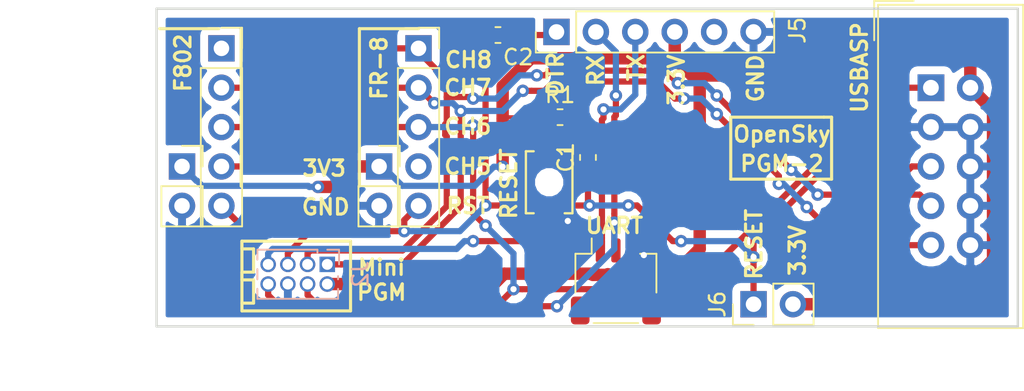
<source format=kicad_pcb>
(kicad_pcb (version 20171130) (host pcbnew "(5.0.2)-1")

  (general
    (thickness 1.6)
    (drawings 49)
    (tracks 240)
    (zones 0)
    (modules 13)
    (nets 11)
  )

  (page A4)
  (layers
    (0 F.Cu signal)
    (31 B.Cu signal)
    (32 B.Adhes user)
    (33 F.Adhes user)
    (34 B.Paste user)
    (35 F.Paste user)
    (36 B.SilkS user)
    (37 F.SilkS user)
    (38 B.Mask user)
    (39 F.Mask user)
    (40 Dwgs.User user)
    (41 Cmts.User user)
    (42 Eco1.User user)
    (43 Eco2.User user)
    (44 Edge.Cuts user)
    (45 Margin user)
    (46 B.CrtYd user)
    (47 F.CrtYd user)
    (48 B.Fab user)
    (49 F.Fab user)
  )

  (setup
    (last_trace_width 0.25)
    (user_trace_width 0.4)
    (user_trace_width 0.8)
    (trace_clearance 0.2)
    (zone_clearance 0.508)
    (zone_45_only no)
    (trace_min 0.2)
    (segment_width 0.2)
    (edge_width 0.15)
    (via_size 0.8)
    (via_drill 0.4)
    (via_min_size 0.4)
    (via_min_drill 0.3)
    (uvia_size 0.3)
    (uvia_drill 0.1)
    (uvias_allowed no)
    (uvia_min_size 0.2)
    (uvia_min_drill 0.1)
    (pcb_text_width 0.2)
    (pcb_text_size 1 1)
    (mod_edge_width 0.15)
    (mod_text_size 1 1)
    (mod_text_width 0.15)
    (pad_size 1.7 1.7)
    (pad_drill 1)
    (pad_to_mask_clearance 0.051)
    (solder_mask_min_width 0.25)
    (aux_axis_origin 0 0)
    (visible_elements 7FFDFFFF)
    (pcbplotparams
      (layerselection 0x010f0_ffffffff)
      (usegerberextensions false)
      (usegerberattributes false)
      (usegerberadvancedattributes false)
      (creategerberjobfile false)
      (excludeedgelayer true)
      (linewidth 0.100000)
      (plotframeref false)
      (viasonmask false)
      (mode 1)
      (useauxorigin false)
      (hpglpennumber 1)
      (hpglpenspeed 20)
      (hpglpendiameter 15.000000)
      (psnegative false)
      (psa4output false)
      (plotreference true)
      (plotvalue false)
      (plotinvisibletext false)
      (padsonsilk false)
      (subtractmaskfromsilk false)
      (outputformat 1)
      (mirror false)
      (drillshape 0)
      (scaleselection 1)
      (outputdirectory "gerbers_frmini_prog_V3"))
  )

  (net 0 "")
  (net 1 /CLK)
  (net 2 /MISO)
  (net 3 /MOSI)
  (net 4 /RESET)
  (net 5 /VCC)
  (net 6 GND)
  (net 7 /SRX)
  (net 8 /STX)
  (net 9 "Net-(C1-Pad2)")
  (net 10 "Net-(C2-Pad1)")

  (net_class Default "This is the default net class."
    (clearance 0.2)
    (trace_width 0.25)
    (via_dia 0.8)
    (via_drill 0.4)
    (uvia_dia 0.3)
    (uvia_drill 0.1)
    (add_net /CLK)
    (add_net /MISO)
    (add_net /MOSI)
    (add_net /RESET)
    (add_net /SRX)
    (add_net /STX)
    (add_net /VCC)
    (add_net GND)
    (add_net "Net-(C1-Pad2)")
    (add_net "Net-(C2-Pad1)")
  )

  (module Connector_PinSocket_1.27mm:PinSocket_2x04_P1.27mm_Vertical (layer B.Cu) (tedit 5A19A431) (tstamp 5FC86C9A)
    (at 113.5 113 90)
    (descr "Through hole straight socket strip, 2x04, 1.27mm pitch, double cols (from Kicad 4.0.7), script generated")
    (tags "Through hole socket strip THT 2x04 1.27mm double row")
    (path /5FC54A32)
    (fp_text reference J2 (at -0.635 2.135 90) (layer B.SilkS)
      (effects (font (size 1 1) (thickness 0.15)) (justify mirror))
    )
    (fp_text value Conn_02x04_Odd_Even (at -0.635 -5.945 90) (layer B.Fab)
      (effects (font (size 1 1) (thickness 0.15)) (justify mirror))
    )
    (fp_line (start -2.16 0.635) (end 0.1275 0.635) (layer B.Fab) (width 0.1))
    (fp_line (start 0.1275 0.635) (end 0.89 -0.1275) (layer B.Fab) (width 0.1))
    (fp_line (start 0.89 -0.1275) (end 0.89 -4.445) (layer B.Fab) (width 0.1))
    (fp_line (start 0.89 -4.445) (end -2.16 -4.445) (layer B.Fab) (width 0.1))
    (fp_line (start -2.16 -4.445) (end -2.16 0.635) (layer B.Fab) (width 0.1))
    (fp_line (start -2.22 0.695) (end -1.57753 0.695) (layer B.SilkS) (width 0.12))
    (fp_line (start -0.96247 0.695) (end -0.76 0.695) (layer B.SilkS) (width 0.12))
    (fp_line (start -2.22 0.695) (end -2.22 -4.505) (layer B.SilkS) (width 0.12))
    (fp_line (start 0.30753 -4.505) (end 0.95 -4.505) (layer B.SilkS) (width 0.12))
    (fp_line (start -2.22 -4.505) (end -1.57753 -4.505) (layer B.SilkS) (width 0.12))
    (fp_line (start -0.96247 -4.505) (end -0.30753 -4.505) (layer B.SilkS) (width 0.12))
    (fp_line (start 0.95 -0.635) (end 0.95 -4.505) (layer B.SilkS) (width 0.12))
    (fp_line (start 0.76 -0.635) (end 0.95 -0.635) (layer B.SilkS) (width 0.12))
    (fp_line (start 0.95 0.76) (end 0.95 0) (layer B.SilkS) (width 0.12))
    (fp_line (start 0 0.76) (end 0.95 0.76) (layer B.SilkS) (width 0.12))
    (fp_line (start -2.67 1.15) (end 1.38 1.15) (layer B.CrtYd) (width 0.05))
    (fp_line (start 1.38 1.15) (end 1.38 -4.95) (layer B.CrtYd) (width 0.05))
    (fp_line (start 1.38 -4.95) (end -2.67 -4.95) (layer B.CrtYd) (width 0.05))
    (fp_line (start -2.67 -4.95) (end -2.67 1.15) (layer B.CrtYd) (width 0.05))
    (fp_text user %R (at -0.635 -1.905 180) (layer B.Fab)
      (effects (font (size 1 1) (thickness 0.15)) (justify mirror))
    )
    (pad 1 thru_hole rect (at 0 0 90) (size 1 1) (drill 0.7) (layers *.Cu *.Mask)
      (net 2 /MISO))
    (pad 2 thru_hole oval (at -1.27 0 90) (size 1 1) (drill 0.7) (layers *.Cu *.Mask)
      (net 5 /VCC))
    (pad 3 thru_hole oval (at 0 -1.27 90) (size 1 1) (drill 0.7) (layers *.Cu *.Mask)
      (net 1 /CLK))
    (pad 4 thru_hole oval (at -1.27 -1.27 90) (size 1 1) (drill 0.7) (layers *.Cu *.Mask)
      (net 3 /MOSI))
    (pad 5 thru_hole oval (at 0 -2.54 90) (size 1 1) (drill 0.7) (layers *.Cu *.Mask)
      (net 4 /RESET))
    (pad 6 thru_hole oval (at -1.27 -2.54 90) (size 1 1) (drill 0.7) (layers *.Cu *.Mask)
      (net 6 GND))
    (pad 7 thru_hole oval (at 0 -3.81 90) (size 1 1) (drill 0.7) (layers *.Cu *.Mask)
      (net 7 /SRX))
    (pad 8 thru_hole oval (at -1.27 -3.81 90) (size 1 1) (drill 0.7) (layers *.Cu *.Mask)
      (net 8 /STX))
    (model ${KISYS3DMOD}/Connector_PinSocket_1.27mm.3dshapes/PinSocket_2x04_P1.27mm_Vertical.wrl
      (at (xyz 0 0 0))
      (scale (xyz 1 1 1))
      (rotate (xyz 0 0 0))
    )
  )

  (module Connector_IDC:IDC-Header_2x05_P2.54mm_Vertical (layer F.Cu) (tedit 5FAD6486) (tstamp 5FC86CC2)
    (at 152.4 101.6)
    (descr "Through hole straight IDC box header, 2x05, 2.54mm pitch, double rows")
    (tags "Through hole IDC box header THT 2x05 2.54mm double row")
    (path /5FC5464A)
    (fp_text reference J3 (at 1.27 -6.604) (layer F.SilkS) hide
      (effects (font (size 1 1) (thickness 0.15)))
    )
    (fp_text value Conn_02x05_Odd_Even (at 1.27 16.764) (layer F.Fab)
      (effects (font (size 1 1) (thickness 0.15)))
    )
    (fp_text user %R (at 1.27 5.08) (layer F.Fab)
      (effects (font (size 1 1) (thickness 0.15)))
    )
    (fp_line (start 5.695 -5.1) (end 5.695 15.26) (layer F.Fab) (width 0.1))
    (fp_line (start 5.145 -4.56) (end 5.145 14.7) (layer F.Fab) (width 0.1))
    (fp_line (start -3.155 -5.1) (end -3.155 15.26) (layer F.Fab) (width 0.1))
    (fp_line (start -2.605 -4.56) (end -2.605 2.83) (layer F.Fab) (width 0.1))
    (fp_line (start -2.605 7.33) (end -2.605 14.7) (layer F.Fab) (width 0.1))
    (fp_line (start -2.605 2.83) (end -3.155 2.83) (layer F.Fab) (width 0.1))
    (fp_line (start -2.605 7.33) (end -3.155 7.33) (layer F.Fab) (width 0.1))
    (fp_line (start 5.695 -5.1) (end -3.155 -5.1) (layer F.Fab) (width 0.1))
    (fp_line (start 5.145 -4.56) (end -2.605 -4.56) (layer F.Fab) (width 0.1))
    (fp_line (start 5.695 15.26) (end -3.155 15.26) (layer F.Fab) (width 0.1))
    (fp_line (start 5.145 14.7) (end -2.605 14.7) (layer F.Fab) (width 0.1))
    (fp_line (start 5.695 -5.1) (end 5.145 -4.56) (layer F.Fab) (width 0.1))
    (fp_line (start 5.695 15.26) (end 5.145 14.7) (layer F.Fab) (width 0.1))
    (fp_line (start -3.155 -5.1) (end -2.605 -4.56) (layer F.Fab) (width 0.1))
    (fp_line (start -3.155 15.26) (end -2.605 14.7) (layer F.Fab) (width 0.1))
    (fp_line (start 5.95 -5.35) (end 5.95 15.51) (layer F.CrtYd) (width 0.05))
    (fp_line (start 5.95 15.51) (end -3.41 15.51) (layer F.CrtYd) (width 0.05))
    (fp_line (start -3.41 15.51) (end -3.41 -5.35) (layer F.CrtYd) (width 0.05))
    (fp_line (start -3.41 -5.35) (end 5.95 -5.35) (layer F.CrtYd) (width 0.05))
    (fp_line (start 5.945 -5.35) (end 5.945 15.51) (layer F.SilkS) (width 0.12))
    (fp_line (start 5.945 15.51) (end -3.405 15.51) (layer F.SilkS) (width 0.12))
    (fp_line (start -3.405 15.51) (end -3.405 -5.35) (layer F.SilkS) (width 0.12))
    (fp_line (start -3.405 -5.35) (end 5.945 -5.35) (layer F.SilkS) (width 0.12))
    (fp_line (start -3.655 -5.6) (end -3.655 -3.06) (layer F.SilkS) (width 0.12))
    (fp_line (start -3.655 -5.6) (end -1.115 -5.6) (layer F.SilkS) (width 0.12))
    (pad 1 thru_hole rect (at 0 0) (size 1.7272 1.7272) (drill 1.016) (layers *.Cu *.Mask)
      (net 3 /MOSI))
    (pad 2 thru_hole oval (at 2.54 0) (size 1.7272 1.7272) (drill 1.016) (layers *.Cu *.Mask)
      (net 5 /VCC))
    (pad 3 thru_hole oval (at 0 2.54) (size 1.7272 1.7272) (drill 1.016) (layers *.Cu *.Mask)
      (net 6 GND))
    (pad 4 thru_hole oval (at 2.54 2.54) (size 1.7272 1.7272) (drill 1.016) (layers *.Cu *.Mask)
      (net 6 GND))
    (pad 5 thru_hole oval (at 0 5.08) (size 1.7272 1.7272) (drill 1.016) (layers *.Cu *.Mask)
      (net 4 /RESET))
    (pad 6 thru_hole oval (at 2.54 5.08) (size 1.7272 1.7272) (drill 1.016) (layers *.Cu *.Mask)
      (net 6 GND))
    (pad 7 thru_hole oval (at 0 7.62) (size 1.7272 1.7272) (drill 1.016) (layers *.Cu *.Mask)
      (net 1 /CLK))
    (pad 8 thru_hole oval (at 2.54 7.62) (size 1.7272 1.7272) (drill 1.016) (layers *.Cu *.Mask)
      (net 6 GND))
    (pad 9 thru_hole oval (at 0 10.16) (size 1.7272 1.7272) (drill 1.016) (layers *.Cu *.Mask)
      (net 2 /MISO))
    (pad 10 thru_hole oval (at 2.54 10.16) (size 1.7272 1.7272) (drill 1.016) (layers *.Cu *.Mask)
      (net 6 GND))
    (model ${KISYS3DMOD}/Connector_IDC.3dshapes/IDC-Header_2x05_P2.54mm_Vertical.wrl
      (at (xyz 0 0 0))
      (scale (xyz 1 1 1))
      (rotate (xyz 0 0 0))
    )
  )

  (module Connector_PinSocket_2.54mm:PinSocket_1x02_P2.54mm_Vertical (layer F.Cu) (tedit 5FAD56B7) (tstamp 5FC86CD8)
    (at 116.84 106.68)
    (descr "Through hole straight socket strip, 1x02, 2.54mm pitch, single row (from Kicad 4.0.7), script generated")
    (tags "Through hole socket strip THT 1x02 2.54mm single row")
    (path /5FC7C435)
    (fp_text reference J4 (at 0 -2.77) (layer F.SilkS) hide
      (effects (font (size 1 1) (thickness 0.15)))
    )
    (fp_text value Conn_01x02 (at 0 5.31) (layer F.Fab)
      (effects (font (size 1 1) (thickness 0.15)))
    )
    (fp_text user %R (at 0 1.27 90) (layer F.Fab)
      (effects (font (size 1 1) (thickness 0.15)))
    )
    (fp_line (start -1.8 4.3) (end -1.8 -1.8) (layer F.CrtYd) (width 0.05))
    (fp_line (start 1.75 4.3) (end -1.8 4.3) (layer F.CrtYd) (width 0.05))
    (fp_line (start 1.75 -1.8) (end 1.75 4.3) (layer F.CrtYd) (width 0.05))
    (fp_line (start -1.8 -1.8) (end 1.75 -1.8) (layer F.CrtYd) (width 0.05))
    (fp_line (start 0 -1.33) (end 1.33 -1.33) (layer F.SilkS) (width 0.12))
    (fp_line (start 1.33 -1.33) (end 1.33 0) (layer F.SilkS) (width 0.12))
    (fp_line (start 1.33 1.27) (end 1.33 3.87) (layer F.SilkS) (width 0.12))
    (fp_line (start -1.33 3.87) (end 1.33 3.87) (layer F.SilkS) (width 0.12))
    (fp_line (start -1.33 1.27) (end -1.33 3.87) (layer F.SilkS) (width 0.12))
    (fp_line (start -1.33 1.27) (end 1.33 1.27) (layer F.SilkS) (width 0.12))
    (fp_line (start -1.27 3.81) (end -1.27 -1.27) (layer F.Fab) (width 0.1))
    (fp_line (start 1.27 3.81) (end -1.27 3.81) (layer F.Fab) (width 0.1))
    (fp_line (start 1.27 -0.635) (end 1.27 3.81) (layer F.Fab) (width 0.1))
    (fp_line (start 0.635 -1.27) (end 1.27 -0.635) (layer F.Fab) (width 0.1))
    (fp_line (start -1.27 -1.27) (end 0.635 -1.27) (layer F.Fab) (width 0.1))
    (pad 2 thru_hole oval (at 0 2.54) (size 1.7 1.7) (drill 1) (layers *.Cu *.Mask)
      (net 6 GND))
    (pad 1 thru_hole rect (at 0 0) (size 1.7 1.7) (drill 1) (layers *.Cu *.Mask)
      (net 5 /VCC))
    (model ${KISYS3DMOD}/Connector_PinSocket_2.54mm.3dshapes/PinSocket_1x02_P2.54mm_Vertical.wrl
      (at (xyz 0 0 0))
      (scale (xyz 1 1 1))
      (rotate (xyz 0 0 0))
    )
  )

  (module Connector_JST:JST_SH_SM03B-SRSS-TB_1x03-1MP_P1.00mm_Horizontal (layer F.Cu) (tedit 5FAD63C6) (tstamp 5FC86D22)
    (at 132.1 114.1)
    (descr "JST SH series connector, SM03B-SRSS-TB (http://www.jst-mfg.com/product/pdf/eng/eSH.pdf), generated with kicad-footprint-generator")
    (tags "connector JST SH top entry")
    (path /5FC65763)
    (attr smd)
    (fp_text reference J7 (at 0 -3.98) (layer F.SilkS) hide
      (effects (font (size 1 1) (thickness 0.15)))
    )
    (fp_text value Conn_01x03 (at 0 3.98) (layer F.Fab)
      (effects (font (size 1 1) (thickness 0.15)))
    )
    (fp_line (start -2.5 -1.675) (end 2.5 -1.675) (layer F.Fab) (width 0.1))
    (fp_line (start -2.61 0.715) (end -2.61 -1.785) (layer F.SilkS) (width 0.12))
    (fp_line (start -2.61 -1.785) (end -1.56 -1.785) (layer F.SilkS) (width 0.12))
    (fp_line (start -1.56 -1.785) (end -1.56 -2.775) (layer F.SilkS) (width 0.12))
    (fp_line (start 2.61 0.715) (end 2.61 -1.785) (layer F.SilkS) (width 0.12))
    (fp_line (start 2.61 -1.785) (end 1.56 -1.785) (layer F.SilkS) (width 0.12))
    (fp_line (start -1.44 2.685) (end 1.44 2.685) (layer F.SilkS) (width 0.12))
    (fp_line (start -2.5 2.575) (end 2.5 2.575) (layer F.Fab) (width 0.1))
    (fp_line (start -2.5 -1.675) (end -2.5 2.575) (layer F.Fab) (width 0.1))
    (fp_line (start 2.5 -1.675) (end 2.5 2.575) (layer F.Fab) (width 0.1))
    (fp_line (start -3.4 -3.28) (end -3.4 3.28) (layer F.CrtYd) (width 0.05))
    (fp_line (start -3.4 3.28) (end 3.4 3.28) (layer F.CrtYd) (width 0.05))
    (fp_line (start 3.4 3.28) (end 3.4 -3.28) (layer F.CrtYd) (width 0.05))
    (fp_line (start 3.4 -3.28) (end -3.4 -3.28) (layer F.CrtYd) (width 0.05))
    (fp_line (start -1.5 -1.675) (end -1 -0.967893) (layer F.Fab) (width 0.1))
    (fp_line (start -1 -0.967893) (end -0.5 -1.675) (layer F.Fab) (width 0.1))
    (fp_text user %R (at 0 0) (layer F.Fab)
      (effects (font (size 1 1) (thickness 0.15)))
    )
    (pad 1 smd roundrect (at -1 -2) (size 0.6 1.55) (layers F.Cu F.Paste F.Mask) (roundrect_rratio 0.25)
      (net 7 /SRX))
    (pad 2 smd roundrect (at 0 -2) (size 0.6 1.55) (layers F.Cu F.Paste F.Mask) (roundrect_rratio 0.25)
      (net 8 /STX))
    (pad 3 smd roundrect (at 1 -2) (size 0.6 1.55) (layers F.Cu F.Paste F.Mask) (roundrect_rratio 0.25)
      (net 6 GND))
    (pad MP smd roundrect (at -2.3 1.875) (size 1.2 1.8) (layers F.Cu F.Paste F.Mask) (roundrect_rratio 0.208333))
    (pad MP smd roundrect (at 2.3 1.875) (size 1.2 1.8) (layers F.Cu F.Paste F.Mask) (roundrect_rratio 0.208333))
    (model ${KISYS3DMOD}/Connector_JST.3dshapes/JST_SH_SM03B-SRSS-TB_1x03-1MP_P1.00mm_Horizontal.wrl
      (at (xyz 0 0 0))
      (scale (xyz 1 1 1))
      (rotate (xyz 0 0 0))
    )
  )

  (module Connector_PinSocket_2.54mm:PinSocket_1x05_P2.54mm_Vertical (layer F.Cu) (tedit 5FAD9EAA) (tstamp 5FC87FCE)
    (at 119.38 99.06)
    (descr "Through hole straight socket strip, 1x05, 2.54mm pitch, single row (from Kicad 4.0.7), script generated")
    (tags "Through hole socket strip THT 1x05 2.54mm single row")
    (path /5FC7D7E2)
    (fp_text reference J1 (at 0 -2.77) (layer F.SilkS) hide
      (effects (font (size 1 1) (thickness 0.15)))
    )
    (fp_text value Conn_01x05 (at 0 12.93) (layer F.Fab)
      (effects (font (size 1 1) (thickness 0.15)))
    )
    (fp_line (start -1.27 -1.27) (end 0.635 -1.27) (layer F.Fab) (width 0.1))
    (fp_line (start 0.635 -1.27) (end 1.27 -0.635) (layer F.Fab) (width 0.1))
    (fp_line (start 1.27 -0.635) (end 1.27 11.43) (layer F.Fab) (width 0.1))
    (fp_line (start 1.27 11.43) (end -1.27 11.43) (layer F.Fab) (width 0.1))
    (fp_line (start -1.27 11.43) (end -1.27 -1.27) (layer F.Fab) (width 0.1))
    (fp_line (start -1.33 1.27) (end 1.33 1.27) (layer F.SilkS) (width 0.12))
    (fp_line (start -1.33 1.27) (end -1.33 11.49) (layer F.SilkS) (width 0.12))
    (fp_line (start -1.33 11.49) (end 1.33 11.49) (layer F.SilkS) (width 0.12))
    (fp_line (start 1.33 1.27) (end 1.33 11.49) (layer F.SilkS) (width 0.12))
    (fp_line (start 1.33 -1.33) (end 1.33 0) (layer F.SilkS) (width 0.12))
    (fp_line (start 0 -1.33) (end 1.33 -1.33) (layer F.SilkS) (width 0.12))
    (fp_line (start -1.8 -1.8) (end 1.75 -1.8) (layer F.CrtYd) (width 0.05))
    (fp_line (start 1.75 -1.8) (end 1.75 11.9) (layer F.CrtYd) (width 0.05))
    (fp_line (start 1.75 11.9) (end -1.8 11.9) (layer F.CrtYd) (width 0.05))
    (fp_line (start -1.8 11.9) (end -1.8 -1.8) (layer F.CrtYd) (width 0.05))
    (fp_text user %R (at 0 5.08 90) (layer F.Fab)
      (effects (font (size 1 1) (thickness 0.15)))
    )
    (pad 1 thru_hole rect (at 0 0) (size 1.7 1.7) (drill 1) (layers *.Cu *.Mask)
      (net 1 /CLK))
    (pad 2 thru_hole oval (at 0 2.54) (size 1.7 1.7) (drill 1) (layers *.Cu *.Mask)
      (net 2 /MISO))
    (pad 3 thru_hole oval (at 0 5.08) (size 1.7 1.7) (drill 1) (layers *.Cu *.Mask)
      (net 3 /MOSI))
    (pad 4 thru_hole oval (at 0 7.62) (size 1.7 1.7) (drill 1) (layers *.Cu *.Mask))
    (pad 5 thru_hole oval (at 0 10.16) (size 1.7 1.7) (drill 1) (layers *.Cu *.Mask)
      (net 4 /RESET))
    (model ${KISYS3DMOD}/Connector_PinSocket_2.54mm.3dshapes/PinSocket_1x05_P2.54mm_Vertical.wrl
      (at (xyz 0 0 0))
      (scale (xyz 1 1 1))
      (rotate (xyz 0 0 0))
    )
  )

  (module Connector_PinHeader_2.54mm:PinHeader_1x06_P2.54mm_Vertical (layer F.Cu) (tedit 59FED5CC) (tstamp 5FC87FE6)
    (at 128.27 98 90)
    (descr "Through hole straight pin header, 1x06, 2.54mm pitch, single row")
    (tags "Through hole pin header THT 1x06 2.54mm single row")
    (path /5FC6386E)
    (fp_text reference J5 (at 0.1 15.53 90) (layer F.SilkS)
      (effects (font (size 1 1) (thickness 0.15)))
    )
    (fp_text value Conn_01x06 (at 0 15.03 90) (layer F.Fab)
      (effects (font (size 1 1) (thickness 0.15)))
    )
    (fp_line (start -0.635 -1.27) (end 1.27 -1.27) (layer F.Fab) (width 0.1))
    (fp_line (start 1.27 -1.27) (end 1.27 13.97) (layer F.Fab) (width 0.1))
    (fp_line (start 1.27 13.97) (end -1.27 13.97) (layer F.Fab) (width 0.1))
    (fp_line (start -1.27 13.97) (end -1.27 -0.635) (layer F.Fab) (width 0.1))
    (fp_line (start -1.27 -0.635) (end -0.635 -1.27) (layer F.Fab) (width 0.1))
    (fp_line (start -1.33 14.03) (end 1.33 14.03) (layer F.SilkS) (width 0.12))
    (fp_line (start -1.33 1.27) (end -1.33 14.03) (layer F.SilkS) (width 0.12))
    (fp_line (start 1.33 1.27) (end 1.33 14.03) (layer F.SilkS) (width 0.12))
    (fp_line (start -1.33 1.27) (end 1.33 1.27) (layer F.SilkS) (width 0.12))
    (fp_line (start -1.33 0) (end -1.33 -1.33) (layer F.SilkS) (width 0.12))
    (fp_line (start -1.33 -1.33) (end 0 -1.33) (layer F.SilkS) (width 0.12))
    (fp_line (start -1.8 -1.8) (end -1.8 14.5) (layer F.CrtYd) (width 0.05))
    (fp_line (start -1.8 14.5) (end 1.8 14.5) (layer F.CrtYd) (width 0.05))
    (fp_line (start 1.8 14.5) (end 1.8 -1.8) (layer F.CrtYd) (width 0.05))
    (fp_line (start 1.8 -1.8) (end -1.8 -1.8) (layer F.CrtYd) (width 0.05))
    (fp_text user %R (at 0 6.35 180) (layer F.Fab)
      (effects (font (size 1 1) (thickness 0.15)))
    )
    (pad 1 thru_hole rect (at 0 0 90) (size 1.7 1.7) (drill 1) (layers *.Cu *.Mask)
      (net 10 "Net-(C2-Pad1)"))
    (pad 2 thru_hole oval (at 0 2.54 90) (size 1.7 1.7) (drill 1) (layers *.Cu *.Mask)
      (net 8 /STX))
    (pad 3 thru_hole oval (at 0 5.08 90) (size 1.7 1.7) (drill 1) (layers *.Cu *.Mask)
      (net 7 /SRX))
    (pad 4 thru_hole oval (at 0 7.62 90) (size 1.7 1.7) (drill 1) (layers *.Cu *.Mask)
      (net 5 /VCC))
    (pad 5 thru_hole oval (at 0 10.16 90) (size 1.7 1.7) (drill 1) (layers *.Cu *.Mask))
    (pad 6 thru_hole oval (at 0 12.7 90) (size 1.7 1.7) (drill 1) (layers *.Cu *.Mask)
      (net 6 GND))
    (model ${KISYS3DMOD}/Connector_PinHeader_2.54mm.3dshapes/PinHeader_1x06_P2.54mm_Vertical.wrl
      (at (xyz 0 0 0))
      (scale (xyz 1 1 1))
      (rotate (xyz 0 0 0))
    )
  )

  (module Connector_PinHeader_2.54mm:PinHeader_1x02_P2.54mm_Vertical (layer F.Cu) (tedit 59FED5CC) (tstamp 5FC87FFF)
    (at 140.97 115.57 90)
    (descr "Through hole straight pin header, 1x02, 2.54mm pitch, single row")
    (tags "Through hole pin header THT 1x02 2.54mm single row")
    (path /5FC7C361)
    (fp_text reference J6 (at 0 -2.33 90) (layer F.SilkS)
      (effects (font (size 1 1) (thickness 0.15)))
    )
    (fp_text value Conn_01x02 (at 0 4.87 90) (layer F.Fab)
      (effects (font (size 1 1) (thickness 0.15)))
    )
    (fp_line (start -0.635 -1.27) (end 1.27 -1.27) (layer F.Fab) (width 0.1))
    (fp_line (start 1.27 -1.27) (end 1.27 3.81) (layer F.Fab) (width 0.1))
    (fp_line (start 1.27 3.81) (end -1.27 3.81) (layer F.Fab) (width 0.1))
    (fp_line (start -1.27 3.81) (end -1.27 -0.635) (layer F.Fab) (width 0.1))
    (fp_line (start -1.27 -0.635) (end -0.635 -1.27) (layer F.Fab) (width 0.1))
    (fp_line (start -1.33 3.87) (end 1.33 3.87) (layer F.SilkS) (width 0.12))
    (fp_line (start -1.33 1.27) (end -1.33 3.87) (layer F.SilkS) (width 0.12))
    (fp_line (start 1.33 1.27) (end 1.33 3.87) (layer F.SilkS) (width 0.12))
    (fp_line (start -1.33 1.27) (end 1.33 1.27) (layer F.SilkS) (width 0.12))
    (fp_line (start -1.33 0) (end -1.33 -1.33) (layer F.SilkS) (width 0.12))
    (fp_line (start -1.33 -1.33) (end 0 -1.33) (layer F.SilkS) (width 0.12))
    (fp_line (start -1.8 -1.8) (end -1.8 4.35) (layer F.CrtYd) (width 0.05))
    (fp_line (start -1.8 4.35) (end 1.8 4.35) (layer F.CrtYd) (width 0.05))
    (fp_line (start 1.8 4.35) (end 1.8 -1.8) (layer F.CrtYd) (width 0.05))
    (fp_line (start 1.8 -1.8) (end -1.8 -1.8) (layer F.CrtYd) (width 0.05))
    (fp_text user %R (at 0 1.27 180) (layer F.Fab)
      (effects (font (size 1 1) (thickness 0.15)))
    )
    (pad 1 thru_hole rect (at 0 0 90) (size 1.7 1.7) (drill 1) (layers *.Cu *.Mask)
      (net 4 /RESET))
    (pad 2 thru_hole oval (at 0 2.54 90) (size 1.7 1.7) (drill 1) (layers *.Cu *.Mask)
      (net 5 /VCC))
    (model ${KISYS3DMOD}/Connector_PinHeader_2.54mm.3dshapes/PinHeader_1x02_P2.54mm_Vertical.wrl
      (at (xyz 0 0 0))
      (scale (xyz 1 1 1))
      (rotate (xyz 0 0 0))
    )
  )

  (module Connector_PinSocket_2.54mm:PinSocket_1x05_P2.54mm_Vertical (layer F.Cu) (tedit 5FCBDE35) (tstamp 5FBB487E)
    (at 106.68 99.06)
    (descr "Through hole straight socket strip, 1x05, 2.54mm pitch, single row (from Kicad 4.0.7), script generated")
    (tags "Through hole socket strip THT 1x05 2.54mm single row")
    (path /5FBFC0B7)
    (fp_text reference J8 (at 0 -2.77) (layer F.SilkS) hide
      (effects (font (size 1 1) (thickness 0.15)))
    )
    (fp_text value Conn_01x05 (at 0 12.93) (layer F.Fab)
      (effects (font (size 1 1) (thickness 0.15)))
    )
    (fp_line (start -1.27 -1.27) (end 0.635 -1.27) (layer F.Fab) (width 0.1))
    (fp_line (start 0.635 -1.27) (end 1.27 -0.635) (layer F.Fab) (width 0.1))
    (fp_line (start 1.27 -0.635) (end 1.27 11.43) (layer F.Fab) (width 0.1))
    (fp_line (start 1.27 11.43) (end -1.27 11.43) (layer F.Fab) (width 0.1))
    (fp_line (start -1.27 11.43) (end -1.27 -1.27) (layer F.Fab) (width 0.1))
    (fp_line (start -1.33 1.27) (end 1.33 1.27) (layer F.SilkS) (width 0.12))
    (fp_line (start -1.33 1.27) (end -1.33 11.49) (layer F.SilkS) (width 0.12))
    (fp_line (start -1.33 11.49) (end 1.33 11.49) (layer F.SilkS) (width 0.12))
    (fp_line (start 1.33 1.27) (end 1.33 11.49) (layer F.SilkS) (width 0.12))
    (fp_line (start 1.33 -1.33) (end 1.33 0) (layer F.SilkS) (width 0.12))
    (fp_line (start 0 -1.33) (end 1.33 -1.33) (layer F.SilkS) (width 0.12))
    (fp_line (start -1.8 -1.8) (end 1.75 -1.8) (layer F.CrtYd) (width 0.05))
    (fp_line (start 1.75 -1.8) (end 1.75 11.9) (layer F.CrtYd) (width 0.05))
    (fp_line (start 1.75 11.9) (end -1.8 11.9) (layer F.CrtYd) (width 0.05))
    (fp_line (start -1.8 11.9) (end -1.8 -1.8) (layer F.CrtYd) (width 0.05))
    (fp_text user %R (at 0 5.08 90) (layer F.Fab)
      (effects (font (size 1 1) (thickness 0.15)))
    )
    (pad 1 thru_hole rect (at 0 0) (size 1.7 1.7) (drill 1) (layers *.Cu *.Mask))
    (pad 2 thru_hole oval (at 0 2.54) (size 1.7 1.7) (drill 1) (layers *.Cu *.Mask)
      (net 1 /CLK))
    (pad 3 thru_hole oval (at 0 5.08) (size 1.7 1.7) (drill 1) (layers *.Cu *.Mask)
      (net 2 /MISO))
    (pad 4 thru_hole oval (at 0 7.62) (size 1.7 1.7) (drill 1) (layers *.Cu *.Mask)
      (net 3 /MOSI))
    (pad 5 thru_hole oval (at 0 10.16) (size 1.7 1.7) (drill 1) (layers *.Cu *.Mask)
      (net 4 /RESET))
    (model ${KISYS3DMOD}/Connector_PinSocket_2.54mm.3dshapes/PinSocket_1x05_P2.54mm_Vertical.wrl
      (at (xyz 0 0 0))
      (scale (xyz 1 1 1))
      (rotate (xyz 0 0 0))
    )
  )

  (module Connector_PinSocket_2.54mm:PinSocket_1x02_P2.54mm_Vertical (layer F.Cu) (tedit 5FAD9EB6) (tstamp 5FBB4894)
    (at 104.14 106.68)
    (descr "Through hole straight socket strip, 1x02, 2.54mm pitch, single row (from Kicad 4.0.7), script generated")
    (tags "Through hole socket strip THT 1x02 2.54mm single row")
    (path /5FBFC0B0)
    (fp_text reference J9 (at 0 -2.77) (layer F.SilkS) hide
      (effects (font (size 1 1) (thickness 0.15)))
    )
    (fp_text value Conn_01x02 (at 0 5.31) (layer F.Fab)
      (effects (font (size 1 1) (thickness 0.15)))
    )
    (fp_line (start -1.27 -1.27) (end 0.635 -1.27) (layer F.Fab) (width 0.1))
    (fp_line (start 0.635 -1.27) (end 1.27 -0.635) (layer F.Fab) (width 0.1))
    (fp_line (start 1.27 -0.635) (end 1.27 3.81) (layer F.Fab) (width 0.1))
    (fp_line (start 1.27 3.81) (end -1.27 3.81) (layer F.Fab) (width 0.1))
    (fp_line (start -1.27 3.81) (end -1.27 -1.27) (layer F.Fab) (width 0.1))
    (fp_line (start -1.33 1.27) (end 1.33 1.27) (layer F.SilkS) (width 0.12))
    (fp_line (start -1.33 1.27) (end -1.33 3.87) (layer F.SilkS) (width 0.12))
    (fp_line (start -1.33 3.87) (end 1.33 3.87) (layer F.SilkS) (width 0.12))
    (fp_line (start 1.33 1.27) (end 1.33 3.87) (layer F.SilkS) (width 0.12))
    (fp_line (start 1.33 -1.33) (end 1.33 0) (layer F.SilkS) (width 0.12))
    (fp_line (start 0 -1.33) (end 1.33 -1.33) (layer F.SilkS) (width 0.12))
    (fp_line (start -1.8 -1.8) (end 1.75 -1.8) (layer F.CrtYd) (width 0.05))
    (fp_line (start 1.75 -1.8) (end 1.75 4.3) (layer F.CrtYd) (width 0.05))
    (fp_line (start 1.75 4.3) (end -1.8 4.3) (layer F.CrtYd) (width 0.05))
    (fp_line (start -1.8 4.3) (end -1.8 -1.8) (layer F.CrtYd) (width 0.05))
    (fp_text user %R (at 0 1.27 90) (layer F.Fab)
      (effects (font (size 1 1) (thickness 0.15)))
    )
    (pad 1 thru_hole rect (at 0 0) (size 1.7 1.7) (drill 1) (layers *.Cu *.Mask)
      (net 5 /VCC))
    (pad 2 thru_hole oval (at 0 2.54) (size 1.7 1.7) (drill 1) (layers *.Cu *.Mask)
      (net 6 GND))
    (model ${KISYS3DMOD}/Connector_PinSocket_2.54mm.3dshapes/PinSocket_1x02_P2.54mm_Vertical.wrl
      (at (xyz 0 0 0))
      (scale (xyz 1 1 1))
      (rotate (xyz 0 0 0))
    )
  )

  (module Capacitor_SMD:C_0603_1608Metric (layer F.Cu) (tedit 5B301BBE) (tstamp 600D5AB5)
    (at 130.3 106.1 90)
    (descr "Capacitor SMD 0603 (1608 Metric), square (rectangular) end terminal, IPC_7351 nominal, (Body size source: http://www.tortai-tech.com/upload/download/2011102023233369053.pdf), generated with kicad-footprint-generator")
    (tags capacitor)
    (path /5FCC9176)
    (attr smd)
    (fp_text reference C1 (at 0 -1.43 90) (layer F.SilkS)
      (effects (font (size 1 1) (thickness 0.15)))
    )
    (fp_text value 100n_0603 (at 0 1.43 90) (layer F.Fab)
      (effects (font (size 1 1) (thickness 0.15)))
    )
    (fp_text user %R (at 0 0 90) (layer F.Fab)
      (effects (font (size 0.4 0.4) (thickness 0.06)))
    )
    (fp_line (start 1.48 0.73) (end -1.48 0.73) (layer F.CrtYd) (width 0.05))
    (fp_line (start 1.48 -0.73) (end 1.48 0.73) (layer F.CrtYd) (width 0.05))
    (fp_line (start -1.48 -0.73) (end 1.48 -0.73) (layer F.CrtYd) (width 0.05))
    (fp_line (start -1.48 0.73) (end -1.48 -0.73) (layer F.CrtYd) (width 0.05))
    (fp_line (start -0.162779 0.51) (end 0.162779 0.51) (layer F.SilkS) (width 0.12))
    (fp_line (start -0.162779 -0.51) (end 0.162779 -0.51) (layer F.SilkS) (width 0.12))
    (fp_line (start 0.8 0.4) (end -0.8 0.4) (layer F.Fab) (width 0.1))
    (fp_line (start 0.8 -0.4) (end 0.8 0.4) (layer F.Fab) (width 0.1))
    (fp_line (start -0.8 -0.4) (end 0.8 -0.4) (layer F.Fab) (width 0.1))
    (fp_line (start -0.8 0.4) (end -0.8 -0.4) (layer F.Fab) (width 0.1))
    (pad 2 smd roundrect (at 0.7875 0 90) (size 0.875 0.95) (layers F.Cu F.Paste F.Mask) (roundrect_rratio 0.25)
      (net 9 "Net-(C1-Pad2)"))
    (pad 1 smd roundrect (at -0.7875 0 90) (size 0.875 0.95) (layers F.Cu F.Paste F.Mask) (roundrect_rratio 0.25)
      (net 4 /RESET))
    (model ${KISYS3DMOD}/Capacitor_SMD.3dshapes/C_0603_1608Metric.wrl
      (at (xyz 0 0 0))
      (scale (xyz 1 1 1))
      (rotate (xyz 0 0 0))
    )
  )

  (module Capacitor_SMD:C_0603_1608Metric (layer F.Cu) (tedit 5B301BBE) (tstamp 600D5AC6)
    (at 124.5 98.2 180)
    (descr "Capacitor SMD 0603 (1608 Metric), square (rectangular) end terminal, IPC_7351 nominal, (Body size source: http://www.tortai-tech.com/upload/download/2011102023233369053.pdf), generated with kicad-footprint-generator")
    (tags capacitor)
    (path /5FCC2E09)
    (attr smd)
    (fp_text reference C2 (at -1.3 -1.43 180) (layer F.SilkS)
      (effects (font (size 1 1) (thickness 0.15)))
    )
    (fp_text value 100n_0603 (at 0 1.43 180) (layer F.Fab)
      (effects (font (size 1 1) (thickness 0.15)))
    )
    (fp_line (start -0.8 0.4) (end -0.8 -0.4) (layer F.Fab) (width 0.1))
    (fp_line (start -0.8 -0.4) (end 0.8 -0.4) (layer F.Fab) (width 0.1))
    (fp_line (start 0.8 -0.4) (end 0.8 0.4) (layer F.Fab) (width 0.1))
    (fp_line (start 0.8 0.4) (end -0.8 0.4) (layer F.Fab) (width 0.1))
    (fp_line (start -0.162779 -0.51) (end 0.162779 -0.51) (layer F.SilkS) (width 0.12))
    (fp_line (start -0.162779 0.51) (end 0.162779 0.51) (layer F.SilkS) (width 0.12))
    (fp_line (start -1.48 0.73) (end -1.48 -0.73) (layer F.CrtYd) (width 0.05))
    (fp_line (start -1.48 -0.73) (end 1.48 -0.73) (layer F.CrtYd) (width 0.05))
    (fp_line (start 1.48 -0.73) (end 1.48 0.73) (layer F.CrtYd) (width 0.05))
    (fp_line (start 1.48 0.73) (end -1.48 0.73) (layer F.CrtYd) (width 0.05))
    (fp_text user %R (at 0 0 180) (layer F.Fab)
      (effects (font (size 0.4 0.4) (thickness 0.06)))
    )
    (pad 1 smd roundrect (at -0.7875 0 180) (size 0.875 0.95) (layers F.Cu F.Paste F.Mask) (roundrect_rratio 0.25)
      (net 10 "Net-(C2-Pad1)"))
    (pad 2 smd roundrect (at 0.7875 0 180) (size 0.875 0.95) (layers F.Cu F.Paste F.Mask) (roundrect_rratio 0.25)
      (net 4 /RESET))
    (model ${KISYS3DMOD}/Capacitor_SMD.3dshapes/C_0603_1608Metric.wrl
      (at (xyz 0 0 0))
      (scale (xyz 1 1 1))
      (rotate (xyz 0 0 0))
    )
  )

  (module FRMod:SW_SPST_4x3 (layer F.Cu) (tedit 5FCBE1F8) (tstamp 600D5E48)
    (at 127.8 107.7 90)
    (descr "Ultra-small-sized Tactile Switch with High Contact Reliability, Top-actuated Model, without Ground Terminal, with Boss")
    (tags "Tactile Switch")
    (path /5FCC4153)
    (attr smd)
    (fp_text reference SW1 (at 0 -2.5 90) (layer F.SilkS) hide
      (effects (font (size 1 1) (thickness 0.15)))
    )
    (fp_text value SW_Push (at 0 2.5 90) (layer F.Fab)
      (effects (font (size 1 1) (thickness 0.15)))
    )
    (fp_text user %R (at 0 -2.5 90) (layer F.Fab)
      (effects (font (size 1 1) (thickness 0.15)))
    )
    (fp_line (start -3 1.7) (end 3 1.7) (layer F.CrtYd) (width 0.05))
    (fp_line (start 3 1.65) (end 3 -1.65) (layer F.CrtYd) (width 0.05))
    (fp_line (start 3 -1.7) (end -3 -1.7) (layer F.CrtYd) (width 0.05))
    (fp_line (start -3 -1.65) (end -3 1.65) (layer F.CrtYd) (width 0.05))
    (fp_line (start -1.5 -1.25) (end 1.5 -1.25) (layer F.Fab) (width 0.1))
    (fp_line (start 1.5 -1.25) (end 1.5 1.25) (layer F.Fab) (width 0.1))
    (fp_line (start 1.5 1.25) (end -1.5 1.25) (layer F.Fab) (width 0.1))
    (fp_line (start -1.5 1.25) (end -1.5 -1.25) (layer F.Fab) (width 0.1))
    (fp_circle (center 0 0) (end 0.75 0) (layer F.Fab) (width 0.1))
    (fp_line (start 2 1) (end 2 1.5) (layer F.SilkS) (width 0.15))
    (fp_line (start 2 1.5) (end -2 1.5) (layer F.SilkS) (width 0.15))
    (fp_line (start -2 1.5) (end -2 1) (layer F.SilkS) (width 0.15))
    (fp_line (start -2 -1) (end -2 -1.5) (layer F.SilkS) (width 0.15))
    (fp_line (start -2 -1.5) (end 2 -1.5) (layer F.SilkS) (width 0.15))
    (fp_line (start 2 -1.5) (end 2 -1) (layer F.SilkS) (width 0.15))
    (pad 1 smd rect (at -2.5 0 90) (size 0.9 1.7) (layers F.Cu F.Paste F.Mask)
      (net 6 GND))
    (pad 2 smd rect (at 2.5 0 90) (size 0.9 1.7) (layers F.Cu F.Paste F.Mask)
      (net 9 "Net-(C1-Pad2)"))
    (pad "" np_thru_hole circle (at 0 0 90) (size 0.8 0.8) (drill 0.8) (layers *.Cu *.Mask))
    (model ${KISYS3DMOD}/Button_Switch_SMD.3dshapes/SW_SPST_B3U-1000P-B.wrl
      (at (xyz 0 0 0))
      (scale (xyz 1 1 1))
      (rotate (xyz 0 0 0))
    )
  )

  (module Resistor_SMD:R_0603_1608Metric (layer F.Cu) (tedit 5B301BBD) (tstamp 603855D4)
    (at 128.5 103.5)
    (descr "Resistor SMD 0603 (1608 Metric), square (rectangular) end terminal, IPC_7351 nominal, (Body size source: http://www.tortai-tech.com/upload/download/2011102023233369053.pdf), generated with kicad-footprint-generator")
    (tags resistor)
    (path /60045E50)
    (attr smd)
    (fp_text reference R1 (at 0 -1.43) (layer F.SilkS)
      (effects (font (size 1 1) (thickness 0.15)))
    )
    (fp_text value R (at 0 1.43) (layer F.Fab)
      (effects (font (size 1 1) (thickness 0.15)))
    )
    (fp_line (start -0.8 0.4) (end -0.8 -0.4) (layer F.Fab) (width 0.1))
    (fp_line (start -0.8 -0.4) (end 0.8 -0.4) (layer F.Fab) (width 0.1))
    (fp_line (start 0.8 -0.4) (end 0.8 0.4) (layer F.Fab) (width 0.1))
    (fp_line (start 0.8 0.4) (end -0.8 0.4) (layer F.Fab) (width 0.1))
    (fp_line (start -0.162779 -0.51) (end 0.162779 -0.51) (layer F.SilkS) (width 0.12))
    (fp_line (start -0.162779 0.51) (end 0.162779 0.51) (layer F.SilkS) (width 0.12))
    (fp_line (start -1.48 0.73) (end -1.48 -0.73) (layer F.CrtYd) (width 0.05))
    (fp_line (start -1.48 -0.73) (end 1.48 -0.73) (layer F.CrtYd) (width 0.05))
    (fp_line (start 1.48 -0.73) (end 1.48 0.73) (layer F.CrtYd) (width 0.05))
    (fp_line (start 1.48 0.73) (end -1.48 0.73) (layer F.CrtYd) (width 0.05))
    (fp_text user %R (at 0 0) (layer F.Fab)
      (effects (font (size 0.4 0.4) (thickness 0.06)))
    )
    (pad 1 smd roundrect (at -0.7875 0) (size 0.875 0.95) (layers F.Cu F.Paste F.Mask) (roundrect_rratio 0.25)
      (net 5 /VCC))
    (pad 2 smd roundrect (at 0.7875 0) (size 0.875 0.95) (layers F.Cu F.Paste F.Mask) (roundrect_rratio 0.25)
      (net 9 "Net-(C1-Pad2)"))
    (model ${KISYS3DMOD}/Resistor_SMD.3dshapes/R_0603_1608Metric.wrl
      (at (xyz 0 0 0))
      (scale (xyz 1 1 1))
      (rotate (xyz 0 0 0))
    )
  )

  (dimension 55.5 (width 0.2) (layer Dwgs.User)
    (gr_text "55.500 mm" (at 130.25 121.9) (layer Dwgs.User)
      (effects (font (size 1 1) (thickness 0.2)))
    )
    (feature1 (pts (xy 102.5 117) (xy 102.5 121.086421)))
    (feature2 (pts (xy 158 117) (xy 158 121.086421)))
    (crossbar (pts (xy 158 120.5) (xy 102.5 120.5)))
    (arrow1a (pts (xy 102.5 120.5) (xy 103.626504 119.913579)))
    (arrow1b (pts (xy 102.5 120.5) (xy 103.626504 121.086421)))
    (arrow2a (pts (xy 158 120.5) (xy 156.873496 119.913579)))
    (arrow2b (pts (xy 158 120.5) (xy 156.873496 121.086421)))
  )
  (gr_text 3V3 (at 113.3 106.8) (layer F.SilkS)
    (effects (font (size 1 1) (thickness 0.2)))
  )
  (gr_text GND (at 113.4 109.3) (layer F.SilkS)
    (effects (font (size 1 1) (thickness 0.2)))
  )
  (dimension 20.5 (width 0.2) (layer Dwgs.User)
    (gr_text "20.500 mm" (at 96.1 106.75 90) (layer Dwgs.User)
      (effects (font (size 1 1) (thickness 0.2)))
    )
    (feature1 (pts (xy 102.5 96.5) (xy 96.913579 96.5)))
    (feature2 (pts (xy 102.5 117) (xy 96.913579 117)))
    (crossbar (pts (xy 97.5 117) (xy 97.5 96.5)))
    (arrow1a (pts (xy 97.5 96.5) (xy 98.086421 97.626504)))
    (arrow1b (pts (xy 97.5 96.5) (xy 96.913579 97.626504)))
    (arrow2a (pts (xy 97.5 117) (xy 98.086421 115.873496)))
    (arrow2b (pts (xy 97.5 117) (xy 96.913579 115.873496)))
  )
  (gr_text F802 (at 104.2 100 90) (layer F.SilkS)
    (effects (font (size 1 1) (thickness 0.2)))
  )
  (gr_text FR-8 (at 116.84 100.33 90) (layer F.SilkS)
    (effects (font (size 1 1) (thickness 0.2)))
  )
  (gr_line (start 107.95 97.79) (end 107.95 107.95) (layer F.SilkS) (width 0.2))
  (gr_line (start 106.51 97.79) (end 102.7 97.79) (layer F.SilkS) (width 0.2))
  (gr_line (start 115.57 97.79) (end 115.57 107.95) (layer F.SilkS) (width 0.2))
  (gr_line (start 119.38 97.79) (end 115.57 97.79) (layer F.SilkS) (width 0.2))
  (gr_text RST (at 122.555 109.22) (layer F.SilkS)
    (effects (font (size 1 1) (thickness 0.2)))
  )
  (gr_text CH5 (at 122.555 106.68) (layer F.SilkS)
    (effects (font (size 1 1) (thickness 0.2)))
  )
  (gr_text RESET (at 125.2 107.8 90) (layer F.SilkS)
    (effects (font (size 1 1) (thickness 0.2)))
  )
  (gr_text "Mini\nPGM" (at 117 114) (layer F.SilkS)
    (effects (font (size 1 1) (thickness 0.2)))
  )
  (gr_line (start 108.75 115.5) (end 108 115.5) (layer F.SilkS) (width 0.2))
  (gr_line (start 108.75 114) (end 108.75 115.5) (layer F.SilkS) (width 0.2))
  (gr_line (start 108 114) (end 108.75 114) (layer F.SilkS) (width 0.2))
  (gr_line (start 108 113.5) (end 108 114) (layer F.SilkS) (width 0.2))
  (gr_line (start 108.75 113.5) (end 108 113.5) (layer F.SilkS) (width 0.2))
  (gr_line (start 108.75 112) (end 108.75 113.5) (layer F.SilkS) (width 0.2))
  (gr_line (start 108 112) (end 108.75 112) (layer F.SilkS) (width 0.2))
  (gr_line (start 108 111.5) (end 108 112) (layer F.SilkS) (width 0.2))
  (gr_line (start 108 116) (end 108 111.5) (layer F.SilkS) (width 0.2))
  (gr_line (start 115 116) (end 108 116) (layer F.SilkS) (width 0.2))
  (gr_line (start 115 111.5) (end 115 116) (layer F.SilkS) (width 0.2))
  (gr_line (start 108 111.5) (end 115 111.5) (layer F.SilkS) (width 0.2))
  (gr_text UART (at 132 110.5) (layer F.SilkS)
    (effects (font (size 1 1) (thickness 0.2)))
  )
  (gr_line (start 139.5 107.5) (end 139.5 103.5) (layer F.SilkS) (width 0.2))
  (gr_line (start 146 107.5) (end 139.5 107.5) (layer F.SilkS) (width 0.2))
  (gr_line (start 146 103.5) (end 146 107.5) (layer F.SilkS) (width 0.2))
  (gr_line (start 145.5 103.5) (end 146 103.5) (layer F.SilkS) (width 0.2))
  (gr_line (start 139.5 103.5) (end 145.5 103.5) (layer F.SilkS) (width 0.2))
  (gr_text PGM-2 (at 142.8 106.5) (layer F.SilkS)
    (effects (font (size 1 1) (thickness 0.2)))
  )
  (gr_text OpenSky (at 142.8 104.6) (layer F.SilkS)
    (effects (font (size 1 1) (thickness 0.2)))
  )
  (gr_text USBASP (at 147.8 100.3 90) (layer F.SilkS)
    (effects (font (size 1 1) (thickness 0.2)))
  )
  (gr_text RESET (at 141 111.7 90) (layer F.SilkS)
    (effects (font (size 1 1) (thickness 0.2)))
  )
  (gr_text 3.3V (at 143.8 112.1 90) (layer F.SilkS)
    (effects (font (size 1 1) (thickness 0.2)))
  )
  (gr_text GND (at 141.1 101 90) (layer F.SilkS)
    (effects (font (size 1 1) (thickness 0.2)))
  )
  (gr_text DTR (at 128.2 100.7 90) (layer F.SilkS)
    (effects (font (size 1 1) (thickness 0.2)))
  )
  (gr_text RX (at 130.8 100.5 90) (layer F.SilkS)
    (effects (font (size 1 1) (thickness 0.2)))
  )
  (gr_text TX (at 133.4 100.3 90) (layer F.SilkS)
    (effects (font (size 1 1) (thickness 0.2)))
  )
  (gr_text 3.3V (at 136 101.1 90) (layer F.SilkS) (tstamp 5FC87A3A)
    (effects (font (size 1 1) (thickness 0.2)))
  )
  (gr_line (start 158 96.5) (end 158 117) (layer Edge.Cuts) (width 0.15))
  (gr_line (start 102.5 96.5) (end 158 96.5) (layer Edge.Cuts) (width 0.15))
  (gr_line (start 102.5 117) (end 102.5 96.5) (layer Edge.Cuts) (width 0.15))
  (gr_line (start 158 117) (end 102.5 117) (layer Edge.Cuts) (width 0.15))
  (gr_text CH6 (at 122.555 104.1) (layer F.SilkS)
    (effects (font (size 1 1) (thickness 0.2)))
  )
  (gr_text CH7 (at 122.555 101.6) (layer F.SilkS)
    (effects (font (size 1 1) (thickness 0.2)))
  )
  (gr_text CH8 (at 122.6 99.8) (layer F.SilkS) (tstamp 5FBB490D)
    (effects (font (size 1 1) (thickness 0.2)))
  )

  (via (at 138.6 102.1) (size 0.8) (drill 0.4) (layers F.Cu B.Cu) (net 1))
  (via (at 143.4 106.9) (size 0.8) (drill 0.4) (layers F.Cu B.Cu) (net 1))
  (segment (start 138.6 102.1) (end 143.4 106.9) (width 0.4) (layer F.Cu) (net 1))
  (via (at 126.999998 100.8) (size 0.8) (drill 0.4) (layers F.Cu B.Cu) (net 1))
  (via (at 136.092885 101.307113) (size 0.8) (drill 0.4) (layers F.Cu B.Cu) (net 1))
  (segment (start 135.285772 100.5) (end 135.692886 100.907114) (width 0.4) (layer F.Cu) (net 1))
  (segment (start 137.807113 101.307113) (end 136.65857 101.307113) (width 0.4) (layer B.Cu) (net 1))
  (segment (start 127.865683 100.5) (end 135.285772 100.5) (width 0.4) (layer F.Cu) (net 1))
  (segment (start 138.6 102.1) (end 137.807113 101.307113) (width 0.4) (layer B.Cu) (net 1))
  (segment (start 127.565683 100.8) (end 127.865683 100.5) (width 0.4) (layer F.Cu) (net 1))
  (segment (start 126.999998 100.8) (end 127.565683 100.8) (width 0.4) (layer F.Cu) (net 1))
  (segment (start 136.65857 101.307113) (end 136.092885 101.307113) (width 0.4) (layer B.Cu) (net 1))
  (segment (start 135.692886 100.907114) (end 136.092885 101.307113) (width 0.4) (layer F.Cu) (net 1))
  (via (at 145.1 108.5) (size 0.8) (drill 0.4) (layers F.Cu B.Cu) (net 1))
  (segment (start 143.4 106.9) (end 143.5 106.9) (width 0.4) (layer B.Cu) (net 1))
  (segment (start 143.5 106.9) (end 145.1 108.5) (width 0.4) (layer B.Cu) (net 1))
  (segment (start 151.68 108.5) (end 152.4 109.22) (width 0.4) (layer F.Cu) (net 1) (status 30))
  (segment (start 145.1 108.5) (end 151.68 108.5) (width 0.4) (layer F.Cu) (net 1) (status 20))
  (segment (start 119.38 99.58) (end 119.38 99.06) (width 0.25) (layer F.Cu) (net 1) (status 30))
  (segment (start 119.38 99.28) (end 119.38 99.06) (width 0.4) (layer F.Cu) (net 1) (status 30))
  (segment (start 121.2 101.1) (end 119.38 99.28) (width 0.4) (layer F.Cu) (net 1) (status 20))
  (segment (start 121.2 104.748542) (end 121.2 109.250002) (width 0.4) (layer F.Cu) (net 1))
  (segment (start 112.422895 112.099999) (end 112.23 112.292894) (width 0.4) (layer F.Cu) (net 1))
  (segment (start 121.099991 103.951467) (end 121.099991 104.648533) (width 0.4) (layer F.Cu) (net 1))
  (segment (start 112.23 112.292894) (end 112.23 113) (width 0.4) (layer F.Cu) (net 1) (status 20))
  (segment (start 121.099991 104.648533) (end 121.2 104.748542) (width 0.4) (layer F.Cu) (net 1))
  (segment (start 121.2 103.851458) (end 121.099991 103.951467) (width 0.4) (layer F.Cu) (net 1))
  (segment (start 121.2 109.250002) (end 118.350003 112.099999) (width 0.4) (layer F.Cu) (net 1))
  (segment (start 118.350003 112.099999) (end 112.422895 112.099999) (width 0.4) (layer F.Cu) (net 1))
  (segment (start 114.3 99.06) (end 111.76 101.6) (width 0.4) (layer F.Cu) (net 1))
  (segment (start 119.38 99.06) (end 114.3 99.06) (width 0.4) (layer F.Cu) (net 1) (status 10))
  (segment (start 111.76 101.6) (end 106.68 101.6) (width 0.4) (layer F.Cu) (net 1) (status 20))
  (via (at 122.9 102.3) (size 0.8) (drill 0.4) (layers F.Cu B.Cu) (net 1))
  (segment (start 122.8 102.2) (end 122.9 102.3) (width 0.4) (layer F.Cu) (net 1))
  (segment (start 121.2 102.2) (end 122.8 102.2) (width 0.4) (layer F.Cu) (net 1))
  (segment (start 121.2 101.1) (end 121.2 102.2) (width 0.4) (layer F.Cu) (net 1))
  (segment (start 121.2 102.2) (end 121.2 103.851458) (width 0.4) (layer F.Cu) (net 1))
  (segment (start 122.9 102.3) (end 124.4 102.3) (width 0.4) (layer B.Cu) (net 1))
  (segment (start 125.9 100.8) (end 126.999998 100.8) (width 0.4) (layer B.Cu) (net 1))
  (segment (start 124.4 102.3) (end 125.9 100.8) (width 0.4) (layer B.Cu) (net 1))
  (via (at 122.1 103.1) (size 0.8) (drill 0.4) (layers F.Cu B.Cu) (net 2))
  (segment (start 122 103.2) (end 122.1 103.1) (width 0.4) (layer F.Cu) (net 2))
  (segment (start 122.1 103.1) (end 121.6 102.6) (width 0.4) (layer B.Cu) (net 2))
  (via (at 120.4 102.6) (size 0.8) (drill 0.4) (layers F.Cu B.Cu) (net 2))
  (segment (start 121.6 102.6) (end 120.4 102.6) (width 0.4) (layer B.Cu) (net 2))
  (via (at 126.1 101.8) (size 0.8) (drill 0.4) (layers F.Cu B.Cu) (net 2))
  (segment (start 122.1 103.1) (end 124.8 103.1) (width 0.4) (layer B.Cu) (net 2))
  (segment (start 124.8 103.1) (end 126.1 101.8) (width 0.4) (layer B.Cu) (net 2))
  (segment (start 126.1 101.8) (end 126.665685 101.8) (width 0.4) (layer F.Cu) (net 2))
  (segment (start 126.665685 101.8) (end 127.5 101.8) (width 0.4) (layer F.Cu) (net 2))
  (segment (start 127.5 101.8) (end 128.1 101.2) (width 0.4) (layer F.Cu) (net 2))
  (segment (start 128.1 101.2) (end 134.3 101.2) (width 0.4) (layer F.Cu) (net 2))
  (segment (start 134.3 101.2) (end 134.8 101.2) (width 0.4) (layer F.Cu) (net 2))
  (via (at 136.5 102.3) (size 0.8) (drill 0.4) (layers F.Cu B.Cu) (net 2))
  (segment (start 134.8 101.2) (end 135.9 102.3) (width 0.4) (layer F.Cu) (net 2))
  (segment (start 135.9 102.3) (end 136.5 102.3) (width 0.4) (layer F.Cu) (net 2))
  (via (at 138.6 103.3) (size 0.8) (drill 0.4) (layers F.Cu B.Cu) (net 2))
  (segment (start 136.5 102.3) (end 137.6 102.3) (width 0.4) (layer B.Cu) (net 2))
  (segment (start 137.6 102.3) (end 138.6 103.3) (width 0.4) (layer B.Cu) (net 2))
  (via (at 142.6 107.8) (size 0.8) (drill 0.4) (layers F.Cu B.Cu) (net 2))
  (segment (start 138.6 103.3) (end 142.6 107.3) (width 0.4) (layer F.Cu) (net 2))
  (segment (start 142.6 107.3) (end 142.6 107.8) (width 0.4) (layer F.Cu) (net 2))
  (via (at 144.4 109.3) (size 0.8) (drill 0.4) (layers F.Cu B.Cu) (net 2))
  (segment (start 142.6 107.8) (end 142.9 107.8) (width 0.4) (layer B.Cu) (net 2))
  (segment (start 142.9 107.8) (end 144.4 109.3) (width 0.4) (layer B.Cu) (net 2))
  (segment (start 146.86 111.76) (end 152.4 111.76) (width 0.4) (layer F.Cu) (net 2) (status 20))
  (segment (start 144.4 109.3) (end 146.86 111.76) (width 0.4) (layer F.Cu) (net 2))
  (segment (start 120.38 102.6) (end 119.38 101.6) (width 0.4) (layer F.Cu) (net 2) (status 20))
  (segment (start 120.4 102.6) (end 120.38 102.6) (width 0.4) (layer F.Cu) (net 2))
  (segment (start 114.4 113) (end 113.5 113) (width 0.4) (layer F.Cu) (net 2) (status 20))
  (segment (start 118.351161 113) (end 114.4 113) (width 0.4) (layer F.Cu) (net 2))
  (segment (start 122.1 103.1) (end 122.1 109.251161) (width 0.4) (layer F.Cu) (net 2))
  (segment (start 122.1 109.251161) (end 118.351161 113) (width 0.4) (layer F.Cu) (net 2))
  (segment (start 114.3 101.6) (end 111.76 104.14) (width 0.4) (layer F.Cu) (net 2))
  (segment (start 119.38 101.6) (end 114.3 101.6) (width 0.4) (layer F.Cu) (net 2) (status 10))
  (segment (start 111.76 104.14) (end 106.68 104.14) (width 0.4) (layer F.Cu) (net 2) (status 20))
  (via (at 123.7 110.5) (size 0.8) (drill 0.4) (layers F.Cu B.Cu) (net 3))
  (segment (start 123.8 110.6) (end 123.7 110.5) (width 0.4) (layer B.Cu) (net 3))
  (via (at 125.5 114.6) (size 0.8) (drill 0.4) (layers F.Cu B.Cu) (net 3))
  (segment (start 125.5 112.3) (end 125.5 114.034315) (width 0.4) (layer B.Cu) (net 3))
  (segment (start 136.94998 114.6) (end 126.065685 114.6) (width 0.4) (layer F.Cu) (net 3))
  (segment (start 126.065685 114.6) (end 125.5 114.6) (width 0.4) (layer F.Cu) (net 3))
  (segment (start 152.4 101.6) (end 149.94998 101.6) (width 0.4) (layer F.Cu) (net 3) (status 10))
  (segment (start 125.5 114.034315) (end 125.5 114.6) (width 0.4) (layer B.Cu) (net 3))
  (segment (start 123.7 110.5) (end 125.5 112.3) (width 0.4) (layer B.Cu) (net 3))
  (segment (start 149.94998 101.6) (end 136.94998 114.6) (width 0.4) (layer F.Cu) (net 3))
  (segment (start 112.23 114.977106) (end 112.23 114.27) (width 0.4) (layer F.Cu) (net 3) (status 20))
  (segment (start 112.648824 115.39593) (end 112.23 114.977106) (width 0.4) (layer F.Cu) (net 3))
  (segment (start 124.70407 115.39593) (end 112.648824 115.39593) (width 0.4) (layer F.Cu) (net 3))
  (segment (start 125.5 114.6) (end 124.70407 115.39593) (width 0.4) (layer F.Cu) (net 3))
  (via (at 122.90001 104.024037) (size 0.8) (drill 0.4) (layers F.Cu B.Cu) (net 3))
  (segment (start 122.899649 104.590083) (end 122.90001 104.589722) (width 0.4) (layer F.Cu) (net 3))
  (segment (start 122.899649 109.699649) (end 122.899649 104.590083) (width 0.4) (layer F.Cu) (net 3))
  (segment (start 122.784047 104.14) (end 122.90001 104.024037) (width 0.4) (layer B.Cu) (net 3))
  (segment (start 122.90001 104.589722) (end 122.90001 104.024037) (width 0.4) (layer F.Cu) (net 3))
  (segment (start 119.38 104.14) (end 122.784047 104.14) (width 0.4) (layer B.Cu) (net 3) (status 10))
  (segment (start 123.7 110.5) (end 122.899649 109.699649) (width 0.4) (layer F.Cu) (net 3))
  (segment (start 114.3 104.14) (end 111.76 106.68) (width 0.4) (layer F.Cu) (net 3))
  (segment (start 119.38 104.14) (end 114.3 104.14) (width 0.4) (layer F.Cu) (net 3) (status 10))
  (segment (start 111.76 106.68) (end 106.68 106.68) (width 0.4) (layer F.Cu) (net 3) (status 20))
  (via (at 123.7 109.2) (size 0.8) (drill 0.4) (layers F.Cu B.Cu) (net 4))
  (segment (start 140.97 112.53) (end 140.97 115.57) (width 0.4) (layer F.Cu) (net 4) (status 20))
  (via (at 132.9 109.2) (size 0.8) (drill 0.4) (layers F.Cu B.Cu) (net 4))
  (segment (start 133.465685 109.2) (end 135.765685 111.5) (width 0.4) (layer F.Cu) (net 4))
  (segment (start 132.9 109.2) (end 133.465685 109.2) (width 0.4) (layer F.Cu) (net 4))
  (via (at 136.3 111.5) (size 0.8) (drill 0.4) (layers F.Cu B.Cu) (net 4))
  (segment (start 135.765685 111.5) (end 136.3 111.5) (width 0.4) (layer F.Cu) (net 4))
  (via (at 140.97 112.53) (size 0.8) (drill 0.4) (layers F.Cu B.Cu) (net 4))
  (segment (start 136.3 111.5) (end 139.94 111.5) (width 0.4) (layer B.Cu) (net 4))
  (segment (start 139.94 111.5) (end 140.97 112.53) (width 0.4) (layer B.Cu) (net 4))
  (segment (start 140.97 111.43) (end 140.97 112.53) (width 0.4) (layer F.Cu) (net 4))
  (segment (start 145.3 107.1) (end 140.97 111.43) (width 0.4) (layer F.Cu) (net 4))
  (segment (start 150.758686 107.1) (end 145.3 107.1) (width 0.4) (layer F.Cu) (net 4))
  (segment (start 152.4 106.68) (end 151.178686 106.68) (width 0.4) (layer F.Cu) (net 4) (status 10))
  (segment (start 151.178686 106.68) (end 150.758686 107.1) (width 0.4) (layer F.Cu) (net 4))
  (via (at 130.4 109.2) (size 0.8) (drill 0.4) (layers F.Cu B.Cu) (net 4))
  (segment (start 132.9 109.2) (end 130.4 109.2) (width 0.4) (layer B.Cu) (net 4))
  (segment (start 123.7 109.2) (end 130.4 109.2) (width 0.4) (layer F.Cu) (net 4))
  (segment (start 122.043093 110.856907) (end 119.027394 110.856907) (width 0.4) (layer B.Cu) (net 4))
  (segment (start 123.7 109.2) (end 122.043093 110.856907) (width 0.4) (layer B.Cu) (net 4))
  (segment (start 119.027394 110.856907) (end 118.461709 110.856907) (width 0.4) (layer B.Cu) (net 4))
  (via (at 118.461709 110.856907) (size 0.8) (drill 0.4) (layers F.Cu B.Cu) (net 4))
  (segment (start 110.96 112.292894) (end 110.96 113) (width 0.4) (layer F.Cu) (net 4) (status 20))
  (segment (start 112.395987 110.856907) (end 110.96 112.292894) (width 0.4) (layer F.Cu) (net 4))
  (segment (start 118.461709 110.856907) (end 112.395987 110.856907) (width 0.4) (layer F.Cu) (net 4))
  (segment (start 112.194826 110.856907) (end 111.76 110.422081) (width 0.4) (layer F.Cu) (net 4))
  (segment (start 112.395987 110.856907) (end 112.194826 110.856907) (width 0.4) (layer F.Cu) (net 4))
  (segment (start 118.461709 110.138291) (end 119.38 109.22) (width 0.4) (layer F.Cu) (net 4) (status 20))
  (segment (start 118.461709 110.856907) (end 118.461709 110.138291) (width 0.4) (layer F.Cu) (net 4))
  (segment (start 107.882081 110.422081) (end 106.68 109.22) (width 0.4) (layer F.Cu) (net 4) (status 20))
  (segment (start 111.76 110.422081) (end 107.882081 110.422081) (width 0.4) (layer F.Cu) (net 4))
  (segment (start 130.3 109.1) (end 130.4 109.2) (width 0.4) (layer F.Cu) (net 4))
  (segment (start 130.3 106.8875) (end 130.3 109.1) (width 0.4) (layer F.Cu) (net 4))
  (segment (start 123.7 104.408049) (end 123.7 109.2) (width 0.4) (layer F.Cu) (net 4))
  (segment (start 123.700011 104.408038) (end 123.7 104.408049) (width 0.4) (layer F.Cu) (net 4))
  (segment (start 123.700011 100.224989) (end 123.700011 104.408038) (width 0.4) (layer F.Cu) (net 4))
  (segment (start 123.7125 98.2) (end 123.7125 100.2125) (width 0.4) (layer F.Cu) (net 4))
  (segment (start 123.7125 100.2125) (end 123.700011 100.224989) (width 0.4) (layer F.Cu) (net 4))
  (segment (start 135.89 98) (end 135.89 99.202081) (width 0.8) (layer F.Cu) (net 5) (status 10))
  (via (at 124.8 106.7) (size 0.8) (drill 0.4) (layers F.Cu B.Cu) (net 5))
  (segment (start 154.94 100.14) (end 154.94 101.6) (width 0.8) (layer F.Cu) (net 5) (status 20))
  (segment (start 153.9 99.1) (end 154.94 100.14) (width 0.8) (layer F.Cu) (net 5))
  (segment (start 150.2 99.1) (end 153.9 99.1) (width 0.8) (layer F.Cu) (net 5))
  (segment (start 137.5 100.812081) (end 148.487919 100.812081) (width 0.8) (layer F.Cu) (net 5))
  (segment (start 148.487919 100.812081) (end 150.2 99.1) (width 0.8) (layer F.Cu) (net 5))
  (segment (start 156.403601 103.063601) (end 156.403601 112.696399) (width 0.8) (layer F.Cu) (net 5))
  (segment (start 154.94 101.6) (end 156.403601 103.063601) (width 0.8) (layer F.Cu) (net 5) (status 10))
  (segment (start 153.53 115.57) (end 143.51 115.57) (width 0.8) (layer F.Cu) (net 5) (status 20))
  (segment (start 156.403601 112.696399) (end 153.53 115.57) (width 0.8) (layer F.Cu) (net 5))
  (segment (start 126.619999 99.699999) (end 135.7 99.7) (width 0.8) (layer F.Cu) (net 5))
  (segment (start 135.7 99.7) (end 135.89 99.51) (width 0.8) (layer F.Cu) (net 5))
  (segment (start 135.89 99.51) (end 135.89 99.202081) (width 0.8) (layer F.Cu) (net 5))
  (segment (start 124.8 101.519998) (end 126.619999 99.699999) (width 0.8) (layer F.Cu) (net 5))
  (segment (start 137.012081 100.812081) (end 137.5 100.812081) (width 0.8) (layer F.Cu) (net 5))
  (segment (start 135.89 99.69) (end 137.012081 100.812081) (width 0.8) (layer F.Cu) (net 5))
  (segment (start 135.89 99.202081) (end 135.89 99.69) (width 0.8) (layer F.Cu) (net 5))
  (segment (start 130.619334 113.67501) (end 130.544324 113.6) (width 0.8) (layer F.Cu) (net 5))
  (segment (start 131.540666 113.67501) (end 130.619334 113.67501) (width 0.8) (layer F.Cu) (net 5))
  (segment (start 131.58 113.635676) (end 131.540666 113.67501) (width 0.8) (layer F.Cu) (net 5))
  (segment (start 131.619334 113.67501) (end 131.58 113.635676) (width 0.8) (layer F.Cu) (net 5))
  (segment (start 132.540666 113.67501) (end 131.619334 113.67501) (width 0.8) (layer F.Cu) (net 5))
  (segment (start 132.58 113.635676) (end 132.540666 113.67501) (width 0.8) (layer F.Cu) (net 5))
  (segment (start 137.5 112) (end 135.9 113.6) (width 0.8) (layer F.Cu) (net 5))
  (segment (start 130.544324 113.6) (end 124.9 113.6) (width 0.8) (layer F.Cu) (net 5))
  (segment (start 137.5 100.812081) (end 137.5 112) (width 0.8) (layer F.Cu) (net 5))
  (segment (start 135.9 113.6) (end 133.615676 113.6) (width 0.8) (layer F.Cu) (net 5))
  (segment (start 133.615676 113.6) (end 133.540666 113.67501) (width 0.8) (layer F.Cu) (net 5))
  (segment (start 124.9 113.6) (end 124.2 114.3) (width 0.8) (layer F.Cu) (net 5))
  (segment (start 133.540666 113.67501) (end 132.619334 113.67501) (width 0.8) (layer F.Cu) (net 5))
  (segment (start 132.619334 113.67501) (end 132.58 113.635676) (width 0.8) (layer F.Cu) (net 5))
  (segment (start 117.08 106.68) (end 116.84 106.68) (width 0.4) (layer B.Cu) (net 5) (status 30))
  (segment (start 118.330001 107.930001) (end 117.08 106.68) (width 0.4) (layer B.Cu) (net 5) (status 20))
  (segment (start 123.004314 107.930001) (end 118.330001 107.930001) (width 0.4) (layer B.Cu) (net 5))
  (segment (start 124.8 106.7) (end 124.234315 106.7) (width 0.4) (layer B.Cu) (net 5))
  (segment (start 124.234315 106.7) (end 123.004314 107.930001) (width 0.4) (layer B.Cu) (net 5))
  (segment (start 124.17 114.27) (end 113.5 114.27) (width 0.8) (layer F.Cu) (net 5) (status 20))
  (segment (start 124.2 114.3) (end 124.17 114.27) (width 0.8) (layer F.Cu) (net 5))
  (segment (start 115.19 106.68) (end 113.87 108) (width 0.8) (layer F.Cu) (net 5))
  (segment (start 116.84 106.68) (end 115.19 106.68) (width 0.8) (layer F.Cu) (net 5) (status 10))
  (via (at 112.9 108) (size 0.8) (drill 0.4) (layers F.Cu B.Cu) (net 5))
  (segment (start 113.87 108) (end 112.9 108) (width 0.8) (layer F.Cu) (net 5))
  (segment (start 105.06 107.6) (end 104.14 106.68) (width 0.4) (layer B.Cu) (net 5) (status 20))
  (segment (start 105.1 107.6) (end 105.06 107.6) (width 0.4) (layer B.Cu) (net 5))
  (segment (start 105.430001 107.930001) (end 105.1 107.6) (width 0.4) (layer B.Cu) (net 5))
  (segment (start 112.264316 107.930001) (end 105.430001 107.930001) (width 0.4) (layer B.Cu) (net 5))
  (segment (start 112.9 108) (end 112.334315 108) (width 0.4) (layer B.Cu) (net 5))
  (segment (start 112.334315 108) (end 112.264316 107.930001) (width 0.4) (layer B.Cu) (net 5))
  (segment (start 124.9 103.5) (end 124.8 103.6) (width 0.25) (layer F.Cu) (net 5))
  (segment (start 127.7125 103.5) (end 124.9 103.5) (width 0.25) (layer F.Cu) (net 5))
  (segment (start 124.8 106.7) (end 124.8 103.6) (width 0.8) (layer F.Cu) (net 5))
  (segment (start 124.8 103.6) (end 124.8 101.519998) (width 0.8) (layer F.Cu) (net 5))
  (via (at 133.9 112.4) (size 0.8) (drill 0.4) (layers F.Cu B.Cu) (net 6))
  (segment (start 133.08 112.3) (end 133.8 112.3) (width 0.4) (layer F.Cu) (net 6) (status 10))
  (segment (start 133.8 112.3) (end 133.9 112.4) (width 0.4) (layer F.Cu) (net 6))
  (via (at 129 110.2) (size 0.8) (drill 0.4) (layers F.Cu B.Cu) (net 6))
  (segment (start 127.8 110.2) (end 129 110.2) (width 0.25) (layer F.Cu) (net 6))
  (via (at 122.9 111.5) (size 0.8) (drill 0.4) (layers F.Cu B.Cu) (net 7))
  (segment (start 131.2 112) (end 131.1 112.1) (width 0.4) (layer F.Cu) (net 7) (status 30))
  (segment (start 131 111.5) (end 131.2 111.3) (width 0.4) (layer F.Cu) (net 7) (status 10))
  (segment (start 122.9 111.5) (end 131 111.5) (width 0.4) (layer F.Cu) (net 7) (status 20))
  (segment (start 131.2 106.9) (end 131.2 111.3) (width 0.4) (layer F.Cu) (net 7))
  (segment (start 131.2 111.3) (end 131.2 112) (width 0.4) (layer F.Cu) (net 7) (status 20))
  (segment (start 109.69 112.292894) (end 109.69 113) (width 0.4) (layer B.Cu) (net 7) (status 20))
  (segment (start 109.982894 112) (end 109.69 112.292894) (width 0.4) (layer B.Cu) (net 7))
  (segment (start 121.834315 112) (end 109.982894 112) (width 0.4) (layer B.Cu) (net 7))
  (segment (start 122.334315 111.5) (end 121.834315 112) (width 0.4) (layer B.Cu) (net 7))
  (segment (start 122.9 111.5) (end 122.334315 111.5) (width 0.4) (layer B.Cu) (net 7))
  (segment (start 133.35 98) (end 133.35 102.05) (width 0.4) (layer B.Cu) (net 7))
  (via (at 131.3 103) (size 0.8) (drill 0.4) (layers F.Cu B.Cu) (net 7))
  (segment (start 133.35 102.05) (end 132.4 103) (width 0.4) (layer B.Cu) (net 7))
  (segment (start 132.4 103) (end 131.3 103) (width 0.4) (layer B.Cu) (net 7))
  (segment (start 131.2 103.665685) (end 131.2 106.9) (width 0.4) (layer F.Cu) (net 7))
  (segment (start 131.3 103.565685) (end 131.2 103.665685) (width 0.4) (layer F.Cu) (net 7))
  (segment (start 131.3 103) (end 131.3 103.565685) (width 0.4) (layer F.Cu) (net 7))
  (segment (start 132 112.22) (end 132.08 112.3) (width 0.4) (layer F.Cu) (net 8) (status 30))
  (via (at 128.3 115.7) (size 0.8) (drill 0.4) (layers F.Cu B.Cu) (net 8))
  (via (at 132 110.3) (size 0.8) (drill 0.4) (layers F.Cu B.Cu) (net 8))
  (segment (start 132 110.865685) (end 132 110.3) (width 0.4) (layer B.Cu) (net 8))
  (segment (start 128.3 115.7) (end 132 112) (width 0.4) (layer B.Cu) (net 8))
  (segment (start 132 112) (end 132 110.865685) (width 0.4) (layer B.Cu) (net 8))
  (segment (start 132 112) (end 132.1 112.1) (width 0.4) (layer F.Cu) (net 8) (status 30))
  (segment (start 132 110.3) (end 132 112) (width 0.4) (layer F.Cu) (net 8) (status 20))
  (segment (start 109.69 114.977106) (end 109.69 114.27) (width 0.4) (layer F.Cu) (net 8) (status 20))
  (segment (start 110.912894 116.2) (end 109.69 114.977106) (width 0.4) (layer F.Cu) (net 8))
  (segment (start 126.5 116.2) (end 110.912894 116.2) (width 0.4) (layer F.Cu) (net 8))
  (segment (start 127 115.7) (end 126.5 116.2) (width 0.4) (layer F.Cu) (net 8))
  (segment (start 128.3 115.7) (end 127 115.7) (width 0.4) (layer F.Cu) (net 8))
  (via (at 132.1 102.1) (size 0.8) (drill 0.4) (layers F.Cu B.Cu) (net 8))
  (segment (start 132.1 99.29) (end 130.81 98) (width 0.4) (layer B.Cu) (net 8))
  (segment (start 132.1 102.1) (end 132.1 99.29) (width 0.4) (layer B.Cu) (net 8))
  (segment (start 132 103.484002) (end 132 109.734315) (width 0.4) (layer F.Cu) (net 8))
  (segment (start 132 109.734315) (end 132 110.3) (width 0.4) (layer F.Cu) (net 8))
  (segment (start 132.1 103.384002) (end 132 103.484002) (width 0.4) (layer F.Cu) (net 8))
  (segment (start 132.1 102.1) (end 132.1 103.384002) (width 0.4) (layer F.Cu) (net 8))
  (segment (start 130.1875 105.2) (end 130.3 105.3125) (width 0.4) (layer F.Cu) (net 9))
  (segment (start 127.8 105.2) (end 130.1875 105.2) (width 0.4) (layer F.Cu) (net 9))
  (segment (start 130.3 104.5125) (end 129.2875 103.5) (width 0.25) (layer F.Cu) (net 9))
  (segment (start 130.3 105.3125) (end 130.3 104.5125) (width 0.25) (layer F.Cu) (net 9))
  (segment (start 128.07 98.2) (end 128.27 98) (width 0.4) (layer F.Cu) (net 10))
  (segment (start 125.2875 98.2) (end 128.07 98.2) (width 0.4) (layer F.Cu) (net 10))

  (zone (net 6) (net_name GND) (layer B.Cu) (tstamp 6013D178) (hatch edge 0.508)
    (connect_pads (clearance 0.508))
    (min_thickness 0.254)
    (fill yes (arc_segments 16) (thermal_gap 0.508) (thermal_bridge_width 0.508))
    (polygon
      (pts
        (xy 102.5 96.5) (xy 158 96.5) (xy 158 117) (xy 102.5 117)
      )
    )
    (filled_polygon
      (pts
        (xy 126.77256 98.85) (xy 126.821843 99.097765) (xy 126.962191 99.307809) (xy 127.172235 99.448157) (xy 127.42 99.49744)
        (xy 129.12 99.49744) (xy 129.367765 99.448157) (xy 129.577809 99.307809) (xy 129.718157 99.097765) (xy 129.727184 99.052381)
        (xy 129.739375 99.070625) (xy 130.230582 99.398839) (xy 130.663744 99.485) (xy 130.956256 99.485) (xy 131.087938 99.458807)
        (xy 131.265001 99.635869) (xy 131.265 101.471289) (xy 131.222569 101.51372) (xy 131.065 101.894126) (xy 131.065 101.977064)
        (xy 130.71372 102.122569) (xy 130.422569 102.41372) (xy 130.265 102.794126) (xy 130.265 103.205874) (xy 130.422569 103.58628)
        (xy 130.71372 103.877431) (xy 131.094126 104.035) (xy 131.505874 104.035) (xy 131.88628 103.877431) (xy 131.928711 103.835)
        (xy 132.317767 103.835) (xy 132.4 103.851357) (xy 132.482233 103.835) (xy 132.482237 103.835) (xy 132.725801 103.786552)
        (xy 133.002001 103.602001) (xy 133.048587 103.53228) (xy 133.882282 102.698586) (xy 133.952001 102.652001) (xy 134.136552 102.375801)
        (xy 134.185 102.132237) (xy 134.201358 102.05) (xy 134.185 101.967763) (xy 134.185 101.101239) (xy 135.057885 101.101239)
        (xy 135.057885 101.512987) (xy 135.215454 101.893393) (xy 135.465 102.142939) (xy 135.465 102.505874) (xy 135.622569 102.88628)
        (xy 135.91372 103.177431) (xy 136.294126 103.335) (xy 136.705874 103.335) (xy 137.08628 103.177431) (xy 137.128711 103.135)
        (xy 137.254133 103.135) (xy 137.565 103.445868) (xy 137.565 103.505874) (xy 137.722569 103.88628) (xy 138.01372 104.177431)
        (xy 138.394126 104.335) (xy 138.805874 104.335) (xy 139.18628 104.177431) (xy 139.477431 103.88628) (xy 139.635 103.505874)
        (xy 139.635 103.094126) (xy 139.477431 102.71372) (xy 139.463711 102.7) (xy 139.477431 102.68628) (xy 139.635 102.305874)
        (xy 139.635 101.894126) (xy 139.477431 101.51372) (xy 139.18628 101.222569) (xy 138.805874 101.065) (xy 138.745867 101.065)
        (xy 138.4557 100.774833) (xy 138.43002 100.7364) (xy 150.88896 100.7364) (xy 150.88896 102.4636) (xy 150.938243 102.711365)
        (xy 151.078591 102.921409) (xy 151.288635 103.061757) (xy 151.377936 103.07952) (xy 151.117312 103.365053) (xy 150.945042 103.780974)
        (xy 151.066183 104.013) (xy 152.273 104.013) (xy 152.273 103.993) (xy 152.527 103.993) (xy 152.527 104.013)
        (xy 154.813 104.013) (xy 154.813 103.993) (xy 155.067 103.993) (xy 155.067 104.013) (xy 156.273817 104.013)
        (xy 156.394958 103.780974) (xy 156.222688 103.365053) (xy 155.82849 102.933179) (xy 155.718979 102.881854) (xy 156.02043 102.68043)
        (xy 156.35165 102.184725) (xy 156.467959 101.6) (xy 156.35165 101.015275) (xy 156.02043 100.51957) (xy 155.524725 100.18835)
        (xy 155.087598 100.1014) (xy 154.792402 100.1014) (xy 154.355275 100.18835) (xy 153.866932 100.514651) (xy 153.861757 100.488635)
        (xy 153.721409 100.278591) (xy 153.511365 100.138243) (xy 153.2636 100.08896) (xy 151.5364 100.08896) (xy 151.288635 100.138243)
        (xy 151.078591 100.278591) (xy 150.938243 100.488635) (xy 150.88896 100.7364) (xy 138.43002 100.7364) (xy 138.409114 100.705112)
        (xy 138.132914 100.520561) (xy 137.88935 100.472113) (xy 137.889346 100.472113) (xy 137.807113 100.455756) (xy 137.72488 100.472113)
        (xy 136.721596 100.472113) (xy 136.679165 100.429682) (xy 136.298759 100.272113) (xy 135.887011 100.272113) (xy 135.506605 100.429682)
        (xy 135.215454 100.720833) (xy 135.057885 101.101239) (xy 134.185 101.101239) (xy 134.185 99.228065) (xy 134.420625 99.070625)
        (xy 134.62 98.772239) (xy 134.819375 99.070625) (xy 135.310582 99.398839) (xy 135.743744 99.485) (xy 136.036256 99.485)
        (xy 136.469418 99.398839) (xy 136.960625 99.070625) (xy 137.16 98.772239) (xy 137.359375 99.070625) (xy 137.850582 99.398839)
        (xy 138.283744 99.485) (xy 138.576256 99.485) (xy 139.009418 99.398839) (xy 139.500625 99.070625) (xy 139.713843 98.751522)
        (xy 139.774817 98.881358) (xy 140.203076 99.271645) (xy 140.61311 99.441476) (xy 140.843 99.320155) (xy 140.843 98.127)
        (xy 141.097 98.127) (xy 141.097 99.320155) (xy 141.32689 99.441476) (xy 141.736924 99.271645) (xy 142.165183 98.881358)
        (xy 142.411486 98.356892) (xy 142.290819 98.127) (xy 141.097 98.127) (xy 140.843 98.127) (xy 140.823 98.127)
        (xy 140.823 97.873) (xy 140.843 97.873) (xy 140.843 97.853) (xy 141.097 97.853) (xy 141.097 97.873)
        (xy 142.290819 97.873) (xy 142.411486 97.643108) (xy 142.208087 97.21) (xy 157.29 97.21) (xy 157.290001 116.29)
        (xy 144.814905 116.29) (xy 144.908839 116.149418) (xy 145.024092 115.57) (xy 144.908839 114.990582) (xy 144.580625 114.499375)
        (xy 144.089418 114.171161) (xy 143.656256 114.085) (xy 143.363744 114.085) (xy 142.930582 114.171161) (xy 142.439375 114.499375)
        (xy 142.427184 114.517619) (xy 142.418157 114.472235) (xy 142.277809 114.262191) (xy 142.067765 114.121843) (xy 141.82 114.07256)
        (xy 140.12 114.07256) (xy 139.872235 114.121843) (xy 139.662191 114.262191) (xy 139.521843 114.472235) (xy 139.47256 114.72)
        (xy 139.47256 116.29) (xy 129.173711 116.29) (xy 129.177431 116.28628) (xy 129.335 115.905874) (xy 129.335 115.845867)
        (xy 132.532284 112.648584) (xy 132.602001 112.602001) (xy 132.786552 112.325801) (xy 132.835 112.082237) (xy 132.835 112.082234)
        (xy 132.851357 112.000001) (xy 132.835 111.917768) (xy 132.835 111.294126) (xy 135.265 111.294126) (xy 135.265 111.705874)
        (xy 135.422569 112.08628) (xy 135.71372 112.377431) (xy 136.094126 112.535) (xy 136.505874 112.535) (xy 136.88628 112.377431)
        (xy 136.928711 112.335) (xy 139.594133 112.335) (xy 139.935 112.675868) (xy 139.935 112.735874) (xy 140.092569 113.11628)
        (xy 140.38372 113.407431) (xy 140.764126 113.565) (xy 141.175874 113.565) (xy 141.55628 113.407431) (xy 141.847431 113.11628)
        (xy 142.005 112.735874) (xy 142.005 112.324126) (xy 141.847431 111.94372) (xy 141.55628 111.652569) (xy 141.175874 111.495)
        (xy 141.115868 111.495) (xy 140.588587 110.96772) (xy 140.542001 110.897999) (xy 140.265801 110.713448) (xy 140.022237 110.665)
        (xy 140.022233 110.665) (xy 139.94 110.648643) (xy 139.857767 110.665) (xy 136.928711 110.665) (xy 136.88628 110.622569)
        (xy 136.505874 110.465) (xy 136.094126 110.465) (xy 135.71372 110.622569) (xy 135.422569 110.91372) (xy 135.265 111.294126)
        (xy 132.835 111.294126) (xy 132.835 110.928711) (xy 132.877431 110.88628) (xy 133.035 110.505874) (xy 133.035 110.235)
        (xy 133.105874 110.235) (xy 133.48628 110.077431) (xy 133.777431 109.78628) (xy 133.935 109.405874) (xy 133.935 108.994126)
        (xy 133.777431 108.61372) (xy 133.48628 108.322569) (xy 133.105874 108.165) (xy 132.694126 108.165) (xy 132.31372 108.322569)
        (xy 132.271289 108.365) (xy 131.028711 108.365) (xy 130.98628 108.322569) (xy 130.605874 108.165) (xy 130.194126 108.165)
        (xy 129.81372 108.322569) (xy 129.522569 108.61372) (xy 129.365 108.994126) (xy 129.365 109.405874) (xy 129.522569 109.78628)
        (xy 129.81372 110.077431) (xy 130.194126 110.235) (xy 130.605874 110.235) (xy 130.96894 110.084613) (xy 130.965 110.094126)
        (xy 130.965 110.505874) (xy 131.122569 110.88628) (xy 131.165 110.928711) (xy 131.165 110.947921) (xy 131.165001 110.947925)
        (xy 131.165 111.654132) (xy 128.154133 114.665) (xy 128.094126 114.665) (xy 127.71372 114.822569) (xy 127.422569 115.11372)
        (xy 127.265 115.494126) (xy 127.265 115.905874) (xy 127.422569 116.28628) (xy 127.426289 116.29) (xy 103.21 116.29)
        (xy 103.21 113) (xy 108.532765 113) (xy 108.620854 113.442855) (xy 108.749241 113.635) (xy 108.620854 113.827145)
        (xy 108.532765 114.27) (xy 108.620854 114.712855) (xy 108.871711 115.088289) (xy 109.247145 115.339146) (xy 109.578217 115.405)
        (xy 109.801783 115.405) (xy 110.132855 115.339146) (xy 110.33691 115.202801) (xy 110.399791 115.257127) (xy 110.658126 115.364119)
        (xy 110.833 115.237954) (xy 110.833 114.397) (xy 110.821973 114.397) (xy 110.847235 114.27) (xy 110.821973 114.143)
        (xy 110.833 114.143) (xy 110.833 114.131973) (xy 110.848217 114.135) (xy 111.071783 114.135) (xy 111.087 114.131973)
        (xy 111.087 114.143) (xy 111.098027 114.143) (xy 111.072765 114.27) (xy 111.098027 114.397) (xy 111.087 114.397)
        (xy 111.087 115.237954) (xy 111.261874 115.364119) (xy 111.520209 115.257127) (xy 111.58309 115.202801) (xy 111.787145 115.339146)
        (xy 112.118217 115.405) (xy 112.341783 115.405) (xy 112.672855 115.339146) (xy 112.865 115.210759) (xy 113.057145 115.339146)
        (xy 113.388217 115.405) (xy 113.611783 115.405) (xy 113.942855 115.339146) (xy 114.318289 115.088289) (xy 114.569146 114.712855)
        (xy 114.657235 114.27) (xy 114.569146 113.827145) (xy 114.557131 113.809164) (xy 114.598157 113.747765) (xy 114.64744 113.5)
        (xy 114.64744 112.835) (xy 121.752082 112.835) (xy 121.834315 112.851357) (xy 121.916548 112.835) (xy 121.916552 112.835)
        (xy 122.160116 112.786552) (xy 122.436316 112.602001) (xy 122.482902 112.53228) (xy 122.542845 112.472337) (xy 122.694126 112.535)
        (xy 123.105874 112.535) (xy 123.48628 112.377431) (xy 123.777431 112.08628) (xy 123.873494 111.854362) (xy 124.665 112.645869)
        (xy 124.665001 113.952074) (xy 124.665 113.952079) (xy 124.665 113.971289) (xy 124.622569 114.01372) (xy 124.465 114.394126)
        (xy 124.465 114.805874) (xy 124.622569 115.18628) (xy 124.91372 115.477431) (xy 125.294126 115.635) (xy 125.705874 115.635)
        (xy 126.08628 115.477431) (xy 126.377431 115.18628) (xy 126.535 114.805874) (xy 126.535 114.394126) (xy 126.377431 114.01372)
        (xy 126.335 113.971289) (xy 126.335 112.382232) (xy 126.351357 112.299999) (xy 126.335 112.217764) (xy 126.335 112.217763)
        (xy 126.286552 111.974199) (xy 126.231566 111.891907) (xy 126.148584 111.767715) (xy 126.148583 111.767714) (xy 126.102001 111.697999)
        (xy 126.032286 111.651417) (xy 124.735 110.354132) (xy 124.735 110.294126) (xy 124.577431 109.91372) (xy 124.513711 109.85)
        (xy 124.577431 109.78628) (xy 124.735 109.405874) (xy 124.735 108.994126) (xy 124.577431 108.61372) (xy 124.28628 108.322569)
        (xy 123.937205 108.177978) (xy 124.442845 107.672338) (xy 124.594126 107.735) (xy 125.005874 107.735) (xy 125.38628 107.577431)
        (xy 125.469585 107.494126) (xy 126.765 107.494126) (xy 126.765 107.905874) (xy 126.922569 108.28628) (xy 127.21372 108.577431)
        (xy 127.594126 108.735) (xy 128.005874 108.735) (xy 128.38628 108.577431) (xy 128.677431 108.28628) (xy 128.835 107.905874)
        (xy 128.835 107.594126) (xy 141.565 107.594126) (xy 141.565 108.005874) (xy 141.722569 108.38628) (xy 142.01372 108.677431)
        (xy 142.394126 108.835) (xy 142.754132 108.835) (xy 143.365 109.445868) (xy 143.365 109.505874) (xy 143.522569 109.88628)
        (xy 143.81372 110.177431) (xy 144.194126 110.335) (xy 144.605874 110.335) (xy 144.98628 110.177431) (xy 145.277431 109.88628)
        (xy 145.435 109.505874) (xy 145.435 109.481514) (xy 145.68628 109.377431) (xy 145.977431 109.08628) (xy 146.135 108.705874)
        (xy 146.135 108.294126) (xy 145.977431 107.91372) (xy 145.68628 107.622569) (xy 145.305874 107.465) (xy 145.245868 107.465)
        (xy 144.460868 106.68) (xy 150.872041 106.68) (xy 150.98835 107.264725) (xy 151.31957 107.76043) (xy 151.603281 107.95)
        (xy 151.31957 108.13957) (xy 150.98835 108.635275) (xy 150.872041 109.22) (xy 150.98835 109.804725) (xy 151.31957 110.30043)
        (xy 151.603281 110.49) (xy 151.31957 110.67957) (xy 150.98835 111.175275) (xy 150.872041 111.76) (xy 150.98835 112.344725)
        (xy 151.31957 112.84043) (xy 151.815275 113.17165) (xy 152.252402 113.2586) (xy 152.547598 113.2586) (xy 152.984725 113.17165)
        (xy 153.48043 112.84043) (xy 153.673037 112.552174) (xy 154.05151 112.966821) (xy 154.580973 113.214968) (xy 154.813 113.094469)
        (xy 154.813 111.887) (xy 155.067 111.887) (xy 155.067 113.094469) (xy 155.299027 113.214968) (xy 155.82849 112.966821)
        (xy 156.222688 112.534947) (xy 156.394958 112.119026) (xy 156.273817 111.887) (xy 155.067 111.887) (xy 154.813 111.887)
        (xy 154.793 111.887) (xy 154.793 111.633) (xy 154.813 111.633) (xy 154.813 109.347) (xy 155.067 109.347)
        (xy 155.067 111.633) (xy 156.273817 111.633) (xy 156.394958 111.400974) (xy 156.222688 110.985053) (xy 155.82849 110.553179)
        (xy 155.693687 110.49) (xy 155.82849 110.426821) (xy 156.222688 109.994947) (xy 156.394958 109.579026) (xy 156.273817 109.347)
        (xy 155.067 109.347) (xy 154.813 109.347) (xy 154.793 109.347) (xy 154.793 109.093) (xy 154.813 109.093)
        (xy 154.813 106.807) (xy 155.067 106.807) (xy 155.067 109.093) (xy 156.273817 109.093) (xy 156.394958 108.860974)
        (xy 156.222688 108.445053) (xy 155.82849 108.013179) (xy 155.693687 107.95) (xy 155.82849 107.886821) (xy 156.222688 107.454947)
        (xy 156.394958 107.039026) (xy 156.273817 106.807) (xy 155.067 106.807) (xy 154.813 106.807) (xy 154.793 106.807)
        (xy 154.793 106.553) (xy 154.813 106.553) (xy 154.813 104.267) (xy 155.067 104.267) (xy 155.067 106.553)
        (xy 156.273817 106.553) (xy 156.394958 106.320974) (xy 156.222688 105.905053) (xy 155.82849 105.473179) (xy 155.693687 105.41)
        (xy 155.82849 105.346821) (xy 156.222688 104.914947) (xy 156.394958 104.499026) (xy 156.273817 104.267) (xy 155.067 104.267)
        (xy 154.813 104.267) (xy 152.527 104.267) (xy 152.527 104.287) (xy 152.273 104.287) (xy 152.273 104.267)
        (xy 151.066183 104.267) (xy 150.945042 104.499026) (xy 151.117312 104.914947) (xy 151.51151 105.346821) (xy 151.621021 105.398146)
        (xy 151.31957 105.59957) (xy 150.98835 106.095275) (xy 150.872041 106.68) (xy 144.460868 106.68) (xy 144.406721 106.625853)
        (xy 144.277431 106.31372) (xy 143.98628 106.022569) (xy 143.605874 105.865) (xy 143.194126 105.865) (xy 142.81372 106.022569)
        (xy 142.522569 106.31372) (xy 142.365 106.694126) (xy 142.365 106.777064) (xy 142.01372 106.922569) (xy 141.722569 107.21372)
        (xy 141.565 107.594126) (xy 128.835 107.594126) (xy 128.835 107.494126) (xy 128.677431 107.11372) (xy 128.38628 106.822569)
        (xy 128.005874 106.665) (xy 127.594126 106.665) (xy 127.21372 106.822569) (xy 126.922569 107.11372) (xy 126.765 107.494126)
        (xy 125.469585 107.494126) (xy 125.677431 107.28628) (xy 125.835 106.905874) (xy 125.835 106.494126) (xy 125.677431 106.11372)
        (xy 125.38628 105.822569) (xy 125.005874 105.665) (xy 124.594126 105.665) (xy 124.21372 105.822569) (xy 124.176058 105.860231)
        (xy 124.152081 105.865) (xy 124.152078 105.865) (xy 123.908514 105.913448) (xy 123.632314 106.097999) (xy 123.58573 106.167718)
        (xy 122.658447 107.095001) (xy 120.811543 107.095001) (xy 120.894092 106.68) (xy 120.778839 106.100582) (xy 120.450625 105.609375)
        (xy 120.152239 105.41) (xy 120.450625 105.210625) (xy 120.608065 104.975) (xy 122.491252 104.975) (xy 122.694136 105.059037)
        (xy 123.105884 105.059037) (xy 123.48629 104.901468) (xy 123.777441 104.610317) (xy 123.93501 104.229911) (xy 123.93501 103.935)
        (xy 124.717767 103.935) (xy 124.8 103.951357) (xy 124.882233 103.935) (xy 124.882237 103.935) (xy 125.125801 103.886552)
        (xy 125.402001 103.702001) (xy 125.448587 103.63228) (xy 126.245868 102.835) (xy 126.305874 102.835) (xy 126.68628 102.677431)
        (xy 126.977431 102.38628) (xy 127.135 102.005874) (xy 127.135 101.835) (xy 127.205872 101.835) (xy 127.586278 101.677431)
        (xy 127.877429 101.38628) (xy 128.034998 101.005874) (xy 128.034998 100.594126) (xy 127.877429 100.21372) (xy 127.586278 99.922569)
        (xy 127.205872 99.765) (xy 126.794124 99.765) (xy 126.413718 99.922569) (xy 126.371287 99.965) (xy 125.982232 99.965)
        (xy 125.899999 99.948643) (xy 125.817766 99.965) (xy 125.817763 99.965) (xy 125.574199 100.013448) (xy 125.38277 100.141357)
        (xy 125.297999 100.197999) (xy 125.251416 100.267715) (xy 124.054133 101.465) (xy 123.528711 101.465) (xy 123.48628 101.422569)
        (xy 123.105874 101.265) (xy 122.694126 101.265) (xy 122.31372 101.422569) (xy 122.022569 101.71372) (xy 121.969238 101.842472)
        (xy 121.925801 101.813448) (xy 121.682237 101.765) (xy 121.682233 101.765) (xy 121.6 101.748643) (xy 121.517767 101.765)
        (xy 121.028711 101.765) (xy 120.98628 101.722569) (xy 120.878585 101.67796) (xy 120.894092 101.6) (xy 120.778839 101.020582)
        (xy 120.450625 100.529375) (xy 120.432381 100.517184) (xy 120.477765 100.508157) (xy 120.687809 100.367809) (xy 120.828157 100.157765)
        (xy 120.87744 99.91) (xy 120.87744 98.21) (xy 120.828157 97.962235) (xy 120.687809 97.752191) (xy 120.477765 97.611843)
        (xy 120.23 97.56256) (xy 118.53 97.56256) (xy 118.282235 97.611843) (xy 118.072191 97.752191) (xy 117.931843 97.962235)
        (xy 117.88256 98.21) (xy 117.88256 99.91) (xy 117.931843 100.157765) (xy 118.072191 100.367809) (xy 118.282235 100.508157)
        (xy 118.327619 100.517184) (xy 118.309375 100.529375) (xy 117.981161 101.020582) (xy 117.865908 101.6) (xy 117.981161 102.179418)
        (xy 118.309375 102.670625) (xy 118.607761 102.87) (xy 118.309375 103.069375) (xy 117.981161 103.560582) (xy 117.865908 104.14)
        (xy 117.981161 104.719418) (xy 118.309375 105.210625) (xy 118.607761 105.41) (xy 118.309375 105.609375) (xy 118.297184 105.627619)
        (xy 118.288157 105.582235) (xy 118.147809 105.372191) (xy 117.937765 105.231843) (xy 117.69 105.18256) (xy 115.99 105.18256)
        (xy 115.742235 105.231843) (xy 115.532191 105.372191) (xy 115.391843 105.582235) (xy 115.34256 105.83) (xy 115.34256 107.53)
        (xy 115.391843 107.777765) (xy 115.532191 107.987809) (xy 115.742235 108.128157) (xy 115.845708 108.148739) (xy 115.568355 108.453076)
        (xy 115.398524 108.86311) (xy 115.519845 109.093) (xy 116.713 109.093) (xy 116.713 109.073) (xy 116.967 109.073)
        (xy 116.967 109.093) (xy 116.987 109.093) (xy 116.987 109.347) (xy 116.967 109.347) (xy 116.967 110.540819)
        (xy 117.196892 110.661486) (xy 117.476835 110.530017) (xy 117.426709 110.651033) (xy 117.426709 111.062781) (xy 117.469049 111.165)
        (xy 110.065131 111.165) (xy 109.982894 111.148642) (xy 109.900657 111.165) (xy 109.657093 111.213448) (xy 109.380893 111.397999)
        (xy 109.334307 111.46772) (xy 109.15772 111.644307) (xy 109.087999 111.690893) (xy 108.903448 111.967094) (xy 108.856115 112.205052)
        (xy 108.620854 112.557145) (xy 108.532765 113) (xy 103.21 113) (xy 103.21 110.361808) (xy 103.258642 110.415183)
        (xy 103.783108 110.661486) (xy 104.013 110.540819) (xy 104.013 109.347) (xy 103.993 109.347) (xy 103.993 109.093)
        (xy 104.013 109.093) (xy 104.013 109.073) (xy 104.267 109.073) (xy 104.267 109.093) (xy 104.287 109.093)
        (xy 104.287 109.347) (xy 104.267 109.347) (xy 104.267 110.540819) (xy 104.496892 110.661486) (xy 105.021358 110.415183)
        (xy 105.408647 109.990214) (xy 105.609375 110.290625) (xy 106.100582 110.618839) (xy 106.533744 110.705) (xy 106.826256 110.705)
        (xy 107.259418 110.618839) (xy 107.750625 110.290625) (xy 108.078839 109.799418) (xy 108.123102 109.57689) (xy 115.398524 109.57689)
        (xy 115.568355 109.986924) (xy 115.958642 110.415183) (xy 116.483108 110.661486) (xy 116.713 110.540819) (xy 116.713 109.347)
        (xy 115.519845 109.347) (xy 115.398524 109.57689) (xy 108.123102 109.57689) (xy 108.194092 109.22) (xy 108.103587 108.765001)
        (xy 111.976261 108.765001) (xy 112.008514 108.786552) (xy 112.252078 108.835) (xy 112.276059 108.83977) (xy 112.31372 108.877431)
        (xy 112.694126 109.035) (xy 113.105874 109.035) (xy 113.48628 108.877431) (xy 113.777431 108.58628) (xy 113.935 108.205874)
        (xy 113.935 107.794126) (xy 113.777431 107.41372) (xy 113.48628 107.122569) (xy 113.105874 106.965) (xy 112.694126 106.965)
        (xy 112.369335 107.099533) (xy 112.346553 107.095001) (xy 112.346549 107.095001) (xy 112.264316 107.078644) (xy 112.182083 107.095001)
        (xy 108.111543 107.095001) (xy 108.194092 106.68) (xy 108.078839 106.100582) (xy 107.750625 105.609375) (xy 107.452239 105.41)
        (xy 107.750625 105.210625) (xy 108.078839 104.719418) (xy 108.194092 104.14) (xy 108.078839 103.560582) (xy 107.750625 103.069375)
        (xy 107.452239 102.87) (xy 107.750625 102.670625) (xy 108.078839 102.179418) (xy 108.194092 101.6) (xy 108.078839 101.020582)
        (xy 107.750625 100.529375) (xy 107.732381 100.517184) (xy 107.777765 100.508157) (xy 107.987809 100.367809) (xy 108.128157 100.157765)
        (xy 108.17744 99.91) (xy 108.17744 98.21) (xy 108.128157 97.962235) (xy 107.987809 97.752191) (xy 107.777765 97.611843)
        (xy 107.53 97.56256) (xy 105.83 97.56256) (xy 105.582235 97.611843) (xy 105.372191 97.752191) (xy 105.231843 97.962235)
        (xy 105.18256 98.21) (xy 105.18256 99.91) (xy 105.231843 100.157765) (xy 105.372191 100.367809) (xy 105.582235 100.508157)
        (xy 105.627619 100.517184) (xy 105.609375 100.529375) (xy 105.281161 101.020582) (xy 105.165908 101.6) (xy 105.281161 102.179418)
        (xy 105.609375 102.670625) (xy 105.907761 102.87) (xy 105.609375 103.069375) (xy 105.281161 103.560582) (xy 105.165908 104.14)
        (xy 105.281161 104.719418) (xy 105.609375 105.210625) (xy 105.907761 105.41) (xy 105.609375 105.609375) (xy 105.597184 105.627619)
        (xy 105.588157 105.582235) (xy 105.447809 105.372191) (xy 105.237765 105.231843) (xy 104.99 105.18256) (xy 103.29 105.18256)
        (xy 103.21 105.198473) (xy 103.21 97.21) (xy 126.77256 97.21)
      )
    )
  )
)

</source>
